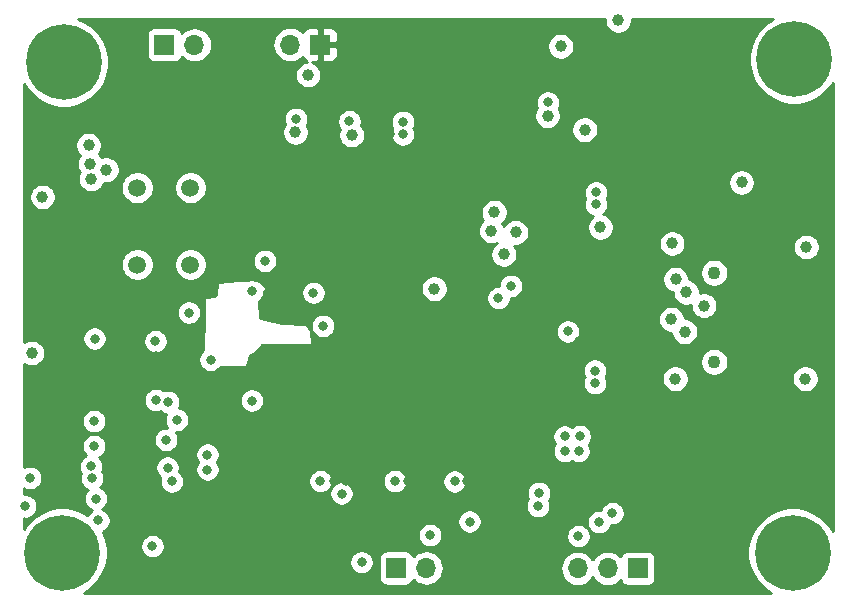
<source format=gbr>
G04 #@! TF.GenerationSoftware,KiCad,Pcbnew,(5.1.4)-1*
G04 #@! TF.CreationDate,2020-04-02T16:16:13+01:00*
G04 #@! TF.ProjectId,hydrophone_stm32_board,68796472-6f70-4686-9f6e-655f73746d33,rev?*
G04 #@! TF.SameCoordinates,Original*
G04 #@! TF.FileFunction,Copper,L3,Inr*
G04 #@! TF.FilePolarity,Positive*
%FSLAX46Y46*%
G04 Gerber Fmt 4.6, Leading zero omitted, Abs format (unit mm)*
G04 Created by KiCad (PCBNEW (5.1.4)-1) date 2020-04-02 16:16:13*
%MOMM*%
%LPD*%
G04 APERTURE LIST*
%ADD10C,1.100000*%
%ADD11C,0.800000*%
%ADD12C,6.400000*%
%ADD13O,1.700000X1.700000*%
%ADD14R,1.700000X1.700000*%
%ADD15C,1.500000*%
%ADD16C,1.000000*%
%ADD17C,0.254000*%
G04 APERTURE END LIST*
D10*
X101038660Y-76680060D03*
X101038660Y-69130060D03*
D11*
X109393056Y-91139944D03*
X107696000Y-90437000D03*
X105998944Y-91139944D03*
X105296000Y-92837000D03*
X105998944Y-94534056D03*
X107696000Y-95237000D03*
X109393056Y-94534056D03*
X110096000Y-92837000D03*
D12*
X107696000Y-92837000D03*
D11*
X47544056Y-91139944D03*
X45847000Y-90437000D03*
X44149944Y-91139944D03*
X43447000Y-92837000D03*
X44149944Y-94534056D03*
X45847000Y-95237000D03*
X47544056Y-94534056D03*
X48247000Y-92837000D03*
D12*
X45847000Y-92837000D03*
D11*
X47671056Y-49610944D03*
X45974000Y-48908000D03*
X44276944Y-49610944D03*
X43574000Y-51308000D03*
X44276944Y-53005056D03*
X45974000Y-53708000D03*
X47671056Y-53005056D03*
X48374000Y-51308000D03*
D12*
X45974000Y-51308000D03*
D11*
X109520056Y-49356944D03*
X107823000Y-48654000D03*
X106125944Y-49356944D03*
X105423000Y-51054000D03*
X106125944Y-52751056D03*
X107823000Y-53454000D03*
X109520056Y-52751056D03*
X110223000Y-51054000D03*
D12*
X107823000Y-51054000D03*
D13*
X57035700Y-49832260D03*
D14*
X54495700Y-49832260D03*
X67675760Y-49806860D03*
D13*
X65135760Y-49806860D03*
D14*
X94576900Y-94152720D03*
D13*
X92036900Y-94152720D03*
X89496900Y-94152720D03*
D14*
X74112120Y-94122240D03*
D13*
X76652120Y-94122240D03*
D15*
X56692360Y-68434020D03*
X56692360Y-61934020D03*
X52192360Y-61934020D03*
X52192360Y-68434020D03*
D11*
X61900000Y-70700000D03*
X58400000Y-76500000D03*
X61900000Y-79950000D03*
D16*
X48200000Y-59910000D03*
X49560000Y-60410000D03*
X48290000Y-61190000D03*
X48070000Y-58330000D03*
X65590000Y-57230000D03*
X86940000Y-55830000D03*
X70350000Y-57470000D03*
D11*
X74680000Y-57420000D03*
X91020000Y-63340000D03*
X74010000Y-86760000D03*
X67700000Y-86760000D03*
X79070000Y-86800000D03*
X88380000Y-82980000D03*
X88410000Y-84220000D03*
X86200000Y-87770000D03*
X69500000Y-87820000D03*
X58140000Y-84520000D03*
X53740000Y-74920000D03*
D16*
X43280000Y-75920000D03*
X44170000Y-62710000D03*
X88050000Y-49960000D03*
X92920000Y-47750000D03*
X108760000Y-78110000D03*
X97750000Y-78110000D03*
X108830000Y-66950000D03*
X97770000Y-69680000D03*
X97480000Y-66650000D03*
D11*
X88650000Y-74100000D03*
X90940000Y-77410000D03*
X63000000Y-68130000D03*
X58140000Y-85790000D03*
X74680000Y-56350000D03*
X70150000Y-56290000D03*
X65630000Y-56100000D03*
X86960000Y-54700000D03*
X91040000Y-62330000D03*
X90970000Y-78470000D03*
X89660000Y-82960000D03*
X89570000Y-84240000D03*
X86140000Y-88890000D03*
X80340000Y-90200000D03*
X89540000Y-91430000D03*
X76990000Y-91340000D03*
D16*
X66660000Y-52390000D03*
D11*
X67110000Y-70820000D03*
X48300000Y-85530000D03*
X42700000Y-88900000D03*
D16*
X58190000Y-57860000D03*
X58310000Y-53820000D03*
X62070000Y-52810000D03*
X62010000Y-58850000D03*
X65030000Y-52790000D03*
X65000000Y-54730000D03*
X68060000Y-57420000D03*
X78600000Y-57370000D03*
X89820000Y-61590000D03*
X89850000Y-67980000D03*
D11*
X73610000Y-57370000D03*
X60510000Y-69340000D03*
X75110000Y-86770000D03*
X72330000Y-89920000D03*
X68830000Y-86780000D03*
X63530000Y-84380000D03*
X86070000Y-85320000D03*
X80150000Y-86770000D03*
X57250000Y-92350000D03*
X54090000Y-87680000D03*
X53660000Y-84270000D03*
X43410000Y-83300000D03*
X53750000Y-76160000D03*
X65040000Y-60830000D03*
X65020000Y-62020000D03*
X75140000Y-87840000D03*
X69890000Y-86740000D03*
X80120000Y-87750000D03*
X86010000Y-86380000D03*
X63080000Y-76220000D03*
D16*
X98000000Y-50060000D03*
X101610000Y-58060000D03*
D11*
X89610000Y-74920000D03*
X63480000Y-85400000D03*
D16*
X70340000Y-49600000D03*
X77340000Y-70490000D03*
X90080000Y-57020000D03*
D11*
X56570000Y-72510000D03*
X48540000Y-81700000D03*
X48590000Y-74710000D03*
X48900000Y-90100000D03*
X43120000Y-86490000D03*
X48377543Y-86526991D03*
X53780000Y-79910000D03*
X48700000Y-88250000D03*
X55550000Y-81590000D03*
X67930000Y-73620000D03*
X71190000Y-93640000D03*
X48550000Y-83800000D03*
X54650000Y-83270000D03*
X55120000Y-86790000D03*
X53480000Y-92270000D03*
X54760000Y-85630000D03*
X54800000Y-80050000D03*
X92420000Y-89480000D03*
X83840000Y-70230000D03*
X91300000Y-90240000D03*
X82780000Y-71270000D03*
D16*
X84250000Y-65710000D03*
X100180000Y-71910000D03*
X83240000Y-67580000D03*
X98550000Y-74120000D03*
X82180000Y-65580000D03*
X97420000Y-73060000D03*
X98680000Y-70790000D03*
X82430000Y-64010000D03*
X91409485Y-65267597D03*
X103360000Y-61480000D03*
D17*
G36*
X91785000Y-47861788D02*
G01*
X91828617Y-48081067D01*
X91914176Y-48287624D01*
X92038388Y-48473520D01*
X92196480Y-48631612D01*
X92382376Y-48755824D01*
X92588933Y-48841383D01*
X92808212Y-48885000D01*
X93031788Y-48885000D01*
X93251067Y-48841383D01*
X93457624Y-48755824D01*
X93643520Y-48631612D01*
X93801612Y-48473520D01*
X93925824Y-48287624D01*
X94011383Y-48081067D01*
X94055000Y-47861788D01*
X94055000Y-47650000D01*
X101853828Y-47650000D01*
X106008988Y-47654414D01*
X106006446Y-47655467D01*
X105378330Y-48075161D01*
X104844161Y-48609330D01*
X104424467Y-49237446D01*
X104135377Y-49935372D01*
X103988000Y-50676285D01*
X103988000Y-51431715D01*
X104135377Y-52172628D01*
X104424467Y-52870554D01*
X104844161Y-53498670D01*
X105378330Y-54032839D01*
X106006446Y-54452533D01*
X106704372Y-54741623D01*
X107445285Y-54889000D01*
X108200715Y-54889000D01*
X108941628Y-54741623D01*
X109639554Y-54452533D01*
X110267670Y-54032839D01*
X110801839Y-53498670D01*
X111099001Y-53053935D01*
X111082651Y-91002664D01*
X110674839Y-90392330D01*
X110140670Y-89858161D01*
X109512554Y-89438467D01*
X108814628Y-89149377D01*
X108073715Y-89002000D01*
X107318285Y-89002000D01*
X106577372Y-89149377D01*
X105879446Y-89438467D01*
X105251330Y-89858161D01*
X104717161Y-90392330D01*
X104297467Y-91020446D01*
X104008377Y-91718372D01*
X103861000Y-92459285D01*
X103861000Y-93214715D01*
X104008377Y-93955628D01*
X104297467Y-94653554D01*
X104717161Y-95281670D01*
X105251330Y-95815839D01*
X105879446Y-96235533D01*
X105892645Y-96241000D01*
X91820724Y-96241000D01*
X47679442Y-96224917D01*
X48291670Y-95815839D01*
X48825839Y-95281670D01*
X49245533Y-94653554D01*
X49534623Y-93955628D01*
X49617682Y-93538061D01*
X70155000Y-93538061D01*
X70155000Y-93741939D01*
X70194774Y-93941898D01*
X70272795Y-94130256D01*
X70386063Y-94299774D01*
X70530226Y-94443937D01*
X70699744Y-94557205D01*
X70888102Y-94635226D01*
X71088061Y-94675000D01*
X71291939Y-94675000D01*
X71491898Y-94635226D01*
X71680256Y-94557205D01*
X71849774Y-94443937D01*
X71993937Y-94299774D01*
X72107205Y-94130256D01*
X72185226Y-93941898D01*
X72225000Y-93741939D01*
X72225000Y-93538061D01*
X72185226Y-93338102D01*
X72157945Y-93272240D01*
X72624048Y-93272240D01*
X72624048Y-94972240D01*
X72636308Y-95096722D01*
X72672618Y-95216420D01*
X72731583Y-95326734D01*
X72810935Y-95423425D01*
X72907626Y-95502777D01*
X73017940Y-95561742D01*
X73137638Y-95598052D01*
X73262120Y-95610312D01*
X74962120Y-95610312D01*
X75086602Y-95598052D01*
X75206300Y-95561742D01*
X75316614Y-95502777D01*
X75413305Y-95423425D01*
X75492657Y-95326734D01*
X75551622Y-95216420D01*
X75572513Y-95147553D01*
X75596986Y-95177374D01*
X75823106Y-95362946D01*
X76081086Y-95500839D01*
X76361009Y-95585753D01*
X76579170Y-95607240D01*
X76725070Y-95607240D01*
X76943231Y-95585753D01*
X77223154Y-95500839D01*
X77481134Y-95362946D01*
X77707254Y-95177374D01*
X77892826Y-94951254D01*
X78030719Y-94693274D01*
X78115633Y-94413351D01*
X78141302Y-94152720D01*
X88004715Y-94152720D01*
X88033387Y-94443831D01*
X88118301Y-94723754D01*
X88256194Y-94981734D01*
X88441766Y-95207854D01*
X88667886Y-95393426D01*
X88925866Y-95531319D01*
X89205789Y-95616233D01*
X89423950Y-95637720D01*
X89569850Y-95637720D01*
X89788011Y-95616233D01*
X90067934Y-95531319D01*
X90325914Y-95393426D01*
X90552034Y-95207854D01*
X90737606Y-94981734D01*
X90766900Y-94926929D01*
X90796194Y-94981734D01*
X90981766Y-95207854D01*
X91207886Y-95393426D01*
X91465866Y-95531319D01*
X91745789Y-95616233D01*
X91963950Y-95637720D01*
X92109850Y-95637720D01*
X92328011Y-95616233D01*
X92607934Y-95531319D01*
X92865914Y-95393426D01*
X93092034Y-95207854D01*
X93116507Y-95178033D01*
X93137398Y-95246900D01*
X93196363Y-95357214D01*
X93275715Y-95453905D01*
X93372406Y-95533257D01*
X93482720Y-95592222D01*
X93602418Y-95628532D01*
X93726900Y-95640792D01*
X95426900Y-95640792D01*
X95551382Y-95628532D01*
X95671080Y-95592222D01*
X95781394Y-95533257D01*
X95878085Y-95453905D01*
X95957437Y-95357214D01*
X96016402Y-95246900D01*
X96052712Y-95127202D01*
X96064972Y-95002720D01*
X96064972Y-93302720D01*
X96052712Y-93178238D01*
X96016402Y-93058540D01*
X95957437Y-92948226D01*
X95878085Y-92851535D01*
X95781394Y-92772183D01*
X95671080Y-92713218D01*
X95551382Y-92676908D01*
X95426900Y-92664648D01*
X93726900Y-92664648D01*
X93602418Y-92676908D01*
X93482720Y-92713218D01*
X93372406Y-92772183D01*
X93275715Y-92851535D01*
X93196363Y-92948226D01*
X93137398Y-93058540D01*
X93116507Y-93127407D01*
X93092034Y-93097586D01*
X92865914Y-92912014D01*
X92607934Y-92774121D01*
X92328011Y-92689207D01*
X92109850Y-92667720D01*
X91963950Y-92667720D01*
X91745789Y-92689207D01*
X91465866Y-92774121D01*
X91207886Y-92912014D01*
X90981766Y-93097586D01*
X90796194Y-93323706D01*
X90766900Y-93378511D01*
X90737606Y-93323706D01*
X90552034Y-93097586D01*
X90325914Y-92912014D01*
X90067934Y-92774121D01*
X89788011Y-92689207D01*
X89569850Y-92667720D01*
X89423950Y-92667720D01*
X89205789Y-92689207D01*
X88925866Y-92774121D01*
X88667886Y-92912014D01*
X88441766Y-93097586D01*
X88256194Y-93323706D01*
X88118301Y-93581686D01*
X88033387Y-93861609D01*
X88004715Y-94152720D01*
X78141302Y-94152720D01*
X78144305Y-94122240D01*
X78115633Y-93831129D01*
X78030719Y-93551206D01*
X77892826Y-93293226D01*
X77707254Y-93067106D01*
X77481134Y-92881534D01*
X77223154Y-92743641D01*
X76943231Y-92658727D01*
X76725070Y-92637240D01*
X76579170Y-92637240D01*
X76361009Y-92658727D01*
X76081086Y-92743641D01*
X75823106Y-92881534D01*
X75596986Y-93067106D01*
X75572513Y-93096927D01*
X75551622Y-93028060D01*
X75492657Y-92917746D01*
X75413305Y-92821055D01*
X75316614Y-92741703D01*
X75206300Y-92682738D01*
X75086602Y-92646428D01*
X74962120Y-92634168D01*
X73262120Y-92634168D01*
X73137638Y-92646428D01*
X73017940Y-92682738D01*
X72907626Y-92741703D01*
X72810935Y-92821055D01*
X72731583Y-92917746D01*
X72672618Y-93028060D01*
X72636308Y-93147758D01*
X72624048Y-93272240D01*
X72157945Y-93272240D01*
X72107205Y-93149744D01*
X71993937Y-92980226D01*
X71849774Y-92836063D01*
X71680256Y-92722795D01*
X71491898Y-92644774D01*
X71291939Y-92605000D01*
X71088061Y-92605000D01*
X70888102Y-92644774D01*
X70699744Y-92722795D01*
X70530226Y-92836063D01*
X70386063Y-92980226D01*
X70272795Y-93149744D01*
X70194774Y-93338102D01*
X70155000Y-93538061D01*
X49617682Y-93538061D01*
X49682000Y-93214715D01*
X49682000Y-92459285D01*
X49624072Y-92168061D01*
X52445000Y-92168061D01*
X52445000Y-92371939D01*
X52484774Y-92571898D01*
X52562795Y-92760256D01*
X52676063Y-92929774D01*
X52820226Y-93073937D01*
X52989744Y-93187205D01*
X53178102Y-93265226D01*
X53378061Y-93305000D01*
X53581939Y-93305000D01*
X53781898Y-93265226D01*
X53970256Y-93187205D01*
X54139774Y-93073937D01*
X54283937Y-92929774D01*
X54397205Y-92760256D01*
X54475226Y-92571898D01*
X54515000Y-92371939D01*
X54515000Y-92168061D01*
X54475226Y-91968102D01*
X54397205Y-91779744D01*
X54283937Y-91610226D01*
X54139774Y-91466063D01*
X53970256Y-91352795D01*
X53781898Y-91274774D01*
X53597328Y-91238061D01*
X75955000Y-91238061D01*
X75955000Y-91441939D01*
X75994774Y-91641898D01*
X76072795Y-91830256D01*
X76186063Y-91999774D01*
X76330226Y-92143937D01*
X76499744Y-92257205D01*
X76688102Y-92335226D01*
X76888061Y-92375000D01*
X77091939Y-92375000D01*
X77291898Y-92335226D01*
X77480256Y-92257205D01*
X77649774Y-92143937D01*
X77793937Y-91999774D01*
X77907205Y-91830256D01*
X77985226Y-91641898D01*
X78025000Y-91441939D01*
X78025000Y-91328061D01*
X88505000Y-91328061D01*
X88505000Y-91531939D01*
X88544774Y-91731898D01*
X88622795Y-91920256D01*
X88736063Y-92089774D01*
X88880226Y-92233937D01*
X89049744Y-92347205D01*
X89238102Y-92425226D01*
X89438061Y-92465000D01*
X89641939Y-92465000D01*
X89841898Y-92425226D01*
X90030256Y-92347205D01*
X90199774Y-92233937D01*
X90343937Y-92089774D01*
X90457205Y-91920256D01*
X90535226Y-91731898D01*
X90575000Y-91531939D01*
X90575000Y-91328061D01*
X90535226Y-91128102D01*
X90457205Y-90939744D01*
X90343937Y-90770226D01*
X90199774Y-90626063D01*
X90030256Y-90512795D01*
X89841898Y-90434774D01*
X89641939Y-90395000D01*
X89438061Y-90395000D01*
X89238102Y-90434774D01*
X89049744Y-90512795D01*
X88880226Y-90626063D01*
X88736063Y-90770226D01*
X88622795Y-90939744D01*
X88544774Y-91128102D01*
X88505000Y-91328061D01*
X78025000Y-91328061D01*
X78025000Y-91238061D01*
X77985226Y-91038102D01*
X77907205Y-90849744D01*
X77793937Y-90680226D01*
X77649774Y-90536063D01*
X77480256Y-90422795D01*
X77291898Y-90344774D01*
X77091939Y-90305000D01*
X76888061Y-90305000D01*
X76688102Y-90344774D01*
X76499744Y-90422795D01*
X76330226Y-90536063D01*
X76186063Y-90680226D01*
X76072795Y-90849744D01*
X75994774Y-91038102D01*
X75955000Y-91238061D01*
X53597328Y-91238061D01*
X53581939Y-91235000D01*
X53378061Y-91235000D01*
X53178102Y-91274774D01*
X52989744Y-91352795D01*
X52820226Y-91466063D01*
X52676063Y-91610226D01*
X52562795Y-91779744D01*
X52484774Y-91968102D01*
X52445000Y-92168061D01*
X49624072Y-92168061D01*
X49534623Y-91718372D01*
X49265581Y-91068847D01*
X49390256Y-91017205D01*
X49559774Y-90903937D01*
X49703937Y-90759774D01*
X49817205Y-90590256D01*
X49895226Y-90401898D01*
X49935000Y-90201939D01*
X49935000Y-90098061D01*
X79305000Y-90098061D01*
X79305000Y-90301939D01*
X79344774Y-90501898D01*
X79422795Y-90690256D01*
X79536063Y-90859774D01*
X79680226Y-91003937D01*
X79849744Y-91117205D01*
X80038102Y-91195226D01*
X80238061Y-91235000D01*
X80441939Y-91235000D01*
X80641898Y-91195226D01*
X80830256Y-91117205D01*
X80999774Y-91003937D01*
X81143937Y-90859774D01*
X81257205Y-90690256D01*
X81335226Y-90501898D01*
X81375000Y-90301939D01*
X81375000Y-90138061D01*
X90265000Y-90138061D01*
X90265000Y-90341939D01*
X90304774Y-90541898D01*
X90382795Y-90730256D01*
X90496063Y-90899774D01*
X90640226Y-91043937D01*
X90809744Y-91157205D01*
X90998102Y-91235226D01*
X91198061Y-91275000D01*
X91401939Y-91275000D01*
X91601898Y-91235226D01*
X91790256Y-91157205D01*
X91959774Y-91043937D01*
X92103937Y-90899774D01*
X92217205Y-90730256D01*
X92295226Y-90541898D01*
X92301242Y-90511654D01*
X92318061Y-90515000D01*
X92521939Y-90515000D01*
X92721898Y-90475226D01*
X92910256Y-90397205D01*
X93079774Y-90283937D01*
X93223937Y-90139774D01*
X93337205Y-89970256D01*
X93415226Y-89781898D01*
X93455000Y-89581939D01*
X93455000Y-89378061D01*
X93415226Y-89178102D01*
X93337205Y-88989744D01*
X93223937Y-88820226D01*
X93079774Y-88676063D01*
X92910256Y-88562795D01*
X92721898Y-88484774D01*
X92521939Y-88445000D01*
X92318061Y-88445000D01*
X92118102Y-88484774D01*
X91929744Y-88562795D01*
X91760226Y-88676063D01*
X91616063Y-88820226D01*
X91502795Y-88989744D01*
X91424774Y-89178102D01*
X91418758Y-89208346D01*
X91401939Y-89205000D01*
X91198061Y-89205000D01*
X90998102Y-89244774D01*
X90809744Y-89322795D01*
X90640226Y-89436063D01*
X90496063Y-89580226D01*
X90382795Y-89749744D01*
X90304774Y-89938102D01*
X90265000Y-90138061D01*
X81375000Y-90138061D01*
X81375000Y-90098061D01*
X81335226Y-89898102D01*
X81257205Y-89709744D01*
X81143937Y-89540226D01*
X80999774Y-89396063D01*
X80830256Y-89282795D01*
X80641898Y-89204774D01*
X80441939Y-89165000D01*
X80238061Y-89165000D01*
X80038102Y-89204774D01*
X79849744Y-89282795D01*
X79680226Y-89396063D01*
X79536063Y-89540226D01*
X79422795Y-89709744D01*
X79344774Y-89898102D01*
X79305000Y-90098061D01*
X49935000Y-90098061D01*
X49935000Y-89998061D01*
X49895226Y-89798102D01*
X49817205Y-89609744D01*
X49703937Y-89440226D01*
X49559774Y-89296063D01*
X49390256Y-89182795D01*
X49252390Y-89125689D01*
X49359774Y-89053937D01*
X49503937Y-88909774D01*
X49617205Y-88740256D01*
X49695226Y-88551898D01*
X49735000Y-88351939D01*
X49735000Y-88148061D01*
X49695226Y-87948102D01*
X49617205Y-87759744D01*
X49503937Y-87590226D01*
X49359774Y-87446063D01*
X49190256Y-87332795D01*
X49080792Y-87287453D01*
X49181480Y-87186765D01*
X49294748Y-87017247D01*
X49372769Y-86828889D01*
X49412543Y-86628930D01*
X49412543Y-86425052D01*
X49372769Y-86225093D01*
X49294748Y-86036735D01*
X49242666Y-85958788D01*
X49295226Y-85831898D01*
X49335000Y-85631939D01*
X49335000Y-85528061D01*
X53725000Y-85528061D01*
X53725000Y-85731939D01*
X53764774Y-85931898D01*
X53842795Y-86120256D01*
X53956063Y-86289774D01*
X54100226Y-86433937D01*
X54137025Y-86458525D01*
X54124774Y-86488102D01*
X54085000Y-86688061D01*
X54085000Y-86891939D01*
X54124774Y-87091898D01*
X54202795Y-87280256D01*
X54316063Y-87449774D01*
X54460226Y-87593937D01*
X54629744Y-87707205D01*
X54818102Y-87785226D01*
X55018061Y-87825000D01*
X55221939Y-87825000D01*
X55421898Y-87785226D01*
X55610256Y-87707205D01*
X55779774Y-87593937D01*
X55923937Y-87449774D01*
X56037205Y-87280256D01*
X56115226Y-87091898D01*
X56155000Y-86891939D01*
X56155000Y-86688061D01*
X56115226Y-86488102D01*
X56037205Y-86299744D01*
X55923937Y-86130226D01*
X55779774Y-85986063D01*
X55742975Y-85961475D01*
X55755226Y-85931898D01*
X55795000Y-85731939D01*
X55795000Y-85528061D01*
X55755226Y-85328102D01*
X55677205Y-85139744D01*
X55563937Y-84970226D01*
X55419774Y-84826063D01*
X55250256Y-84712795D01*
X55061898Y-84634774D01*
X54861939Y-84595000D01*
X54658061Y-84595000D01*
X54458102Y-84634774D01*
X54269744Y-84712795D01*
X54100226Y-84826063D01*
X53956063Y-84970226D01*
X53842795Y-85139744D01*
X53764774Y-85328102D01*
X53725000Y-85528061D01*
X49335000Y-85528061D01*
X49335000Y-85428061D01*
X49295226Y-85228102D01*
X49217205Y-85039744D01*
X49103937Y-84870226D01*
X48977083Y-84743372D01*
X49040256Y-84717205D01*
X49209774Y-84603937D01*
X49353937Y-84459774D01*
X49381808Y-84418061D01*
X57105000Y-84418061D01*
X57105000Y-84621939D01*
X57144774Y-84821898D01*
X57222795Y-85010256D01*
X57319510Y-85155000D01*
X57222795Y-85299744D01*
X57144774Y-85488102D01*
X57105000Y-85688061D01*
X57105000Y-85891939D01*
X57144774Y-86091898D01*
X57222795Y-86280256D01*
X57336063Y-86449774D01*
X57480226Y-86593937D01*
X57649744Y-86707205D01*
X57838102Y-86785226D01*
X58038061Y-86825000D01*
X58241939Y-86825000D01*
X58441898Y-86785226D01*
X58630256Y-86707205D01*
X58703805Y-86658061D01*
X66665000Y-86658061D01*
X66665000Y-86861939D01*
X66704774Y-87061898D01*
X66782795Y-87250256D01*
X66896063Y-87419774D01*
X67040226Y-87563937D01*
X67209744Y-87677205D01*
X67398102Y-87755226D01*
X67598061Y-87795000D01*
X67801939Y-87795000D01*
X68001898Y-87755226D01*
X68091621Y-87718061D01*
X68465000Y-87718061D01*
X68465000Y-87921939D01*
X68504774Y-88121898D01*
X68582795Y-88310256D01*
X68696063Y-88479774D01*
X68840226Y-88623937D01*
X69009744Y-88737205D01*
X69198102Y-88815226D01*
X69398061Y-88855000D01*
X69601939Y-88855000D01*
X69801898Y-88815226D01*
X69867479Y-88788061D01*
X85105000Y-88788061D01*
X85105000Y-88991939D01*
X85144774Y-89191898D01*
X85222795Y-89380256D01*
X85336063Y-89549774D01*
X85480226Y-89693937D01*
X85649744Y-89807205D01*
X85838102Y-89885226D01*
X86038061Y-89925000D01*
X86241939Y-89925000D01*
X86441898Y-89885226D01*
X86630256Y-89807205D01*
X86799774Y-89693937D01*
X86943937Y-89549774D01*
X87057205Y-89380256D01*
X87135226Y-89191898D01*
X87175000Y-88991939D01*
X87175000Y-88788061D01*
X87135226Y-88588102D01*
X87057205Y-88399744D01*
X87040604Y-88374898D01*
X87117205Y-88260256D01*
X87195226Y-88071898D01*
X87235000Y-87871939D01*
X87235000Y-87668061D01*
X87195226Y-87468102D01*
X87117205Y-87279744D01*
X87003937Y-87110226D01*
X86859774Y-86966063D01*
X86690256Y-86852795D01*
X86501898Y-86774774D01*
X86301939Y-86735000D01*
X86098061Y-86735000D01*
X85898102Y-86774774D01*
X85709744Y-86852795D01*
X85540226Y-86966063D01*
X85396063Y-87110226D01*
X85282795Y-87279744D01*
X85204774Y-87468102D01*
X85165000Y-87668061D01*
X85165000Y-87871939D01*
X85204774Y-88071898D01*
X85282795Y-88260256D01*
X85299396Y-88285102D01*
X85222795Y-88399744D01*
X85144774Y-88588102D01*
X85105000Y-88788061D01*
X69867479Y-88788061D01*
X69990256Y-88737205D01*
X70159774Y-88623937D01*
X70303937Y-88479774D01*
X70417205Y-88310256D01*
X70495226Y-88121898D01*
X70535000Y-87921939D01*
X70535000Y-87718061D01*
X70495226Y-87518102D01*
X70417205Y-87329744D01*
X70303937Y-87160226D01*
X70159774Y-87016063D01*
X69990256Y-86902795D01*
X69801898Y-86824774D01*
X69601939Y-86785000D01*
X69398061Y-86785000D01*
X69198102Y-86824774D01*
X69009744Y-86902795D01*
X68840226Y-87016063D01*
X68696063Y-87160226D01*
X68582795Y-87329744D01*
X68504774Y-87518102D01*
X68465000Y-87718061D01*
X68091621Y-87718061D01*
X68190256Y-87677205D01*
X68359774Y-87563937D01*
X68503937Y-87419774D01*
X68617205Y-87250256D01*
X68695226Y-87061898D01*
X68735000Y-86861939D01*
X68735000Y-86658061D01*
X72975000Y-86658061D01*
X72975000Y-86861939D01*
X73014774Y-87061898D01*
X73092795Y-87250256D01*
X73206063Y-87419774D01*
X73350226Y-87563937D01*
X73519744Y-87677205D01*
X73708102Y-87755226D01*
X73908061Y-87795000D01*
X74111939Y-87795000D01*
X74311898Y-87755226D01*
X74500256Y-87677205D01*
X74669774Y-87563937D01*
X74813937Y-87419774D01*
X74927205Y-87250256D01*
X75005226Y-87061898D01*
X75045000Y-86861939D01*
X75045000Y-86698061D01*
X78035000Y-86698061D01*
X78035000Y-86901939D01*
X78074774Y-87101898D01*
X78152795Y-87290256D01*
X78266063Y-87459774D01*
X78410226Y-87603937D01*
X78579744Y-87717205D01*
X78768102Y-87795226D01*
X78968061Y-87835000D01*
X79171939Y-87835000D01*
X79371898Y-87795226D01*
X79560256Y-87717205D01*
X79729774Y-87603937D01*
X79873937Y-87459774D01*
X79987205Y-87290256D01*
X80065226Y-87101898D01*
X80105000Y-86901939D01*
X80105000Y-86698061D01*
X80065226Y-86498102D01*
X79987205Y-86309744D01*
X79873937Y-86140226D01*
X79729774Y-85996063D01*
X79560256Y-85882795D01*
X79371898Y-85804774D01*
X79171939Y-85765000D01*
X78968061Y-85765000D01*
X78768102Y-85804774D01*
X78579744Y-85882795D01*
X78410226Y-85996063D01*
X78266063Y-86140226D01*
X78152795Y-86309744D01*
X78074774Y-86498102D01*
X78035000Y-86698061D01*
X75045000Y-86698061D01*
X75045000Y-86658061D01*
X75005226Y-86458102D01*
X74927205Y-86269744D01*
X74813937Y-86100226D01*
X74669774Y-85956063D01*
X74500256Y-85842795D01*
X74311898Y-85764774D01*
X74111939Y-85725000D01*
X73908061Y-85725000D01*
X73708102Y-85764774D01*
X73519744Y-85842795D01*
X73350226Y-85956063D01*
X73206063Y-86100226D01*
X73092795Y-86269744D01*
X73014774Y-86458102D01*
X72975000Y-86658061D01*
X68735000Y-86658061D01*
X68695226Y-86458102D01*
X68617205Y-86269744D01*
X68503937Y-86100226D01*
X68359774Y-85956063D01*
X68190256Y-85842795D01*
X68001898Y-85764774D01*
X67801939Y-85725000D01*
X67598061Y-85725000D01*
X67398102Y-85764774D01*
X67209744Y-85842795D01*
X67040226Y-85956063D01*
X66896063Y-86100226D01*
X66782795Y-86269744D01*
X66704774Y-86458102D01*
X66665000Y-86658061D01*
X58703805Y-86658061D01*
X58799774Y-86593937D01*
X58943937Y-86449774D01*
X59057205Y-86280256D01*
X59135226Y-86091898D01*
X59175000Y-85891939D01*
X59175000Y-85688061D01*
X59135226Y-85488102D01*
X59057205Y-85299744D01*
X58960490Y-85155000D01*
X59057205Y-85010256D01*
X59135226Y-84821898D01*
X59175000Y-84621939D01*
X59175000Y-84418061D01*
X59135226Y-84218102D01*
X59057205Y-84029744D01*
X58943937Y-83860226D01*
X58799774Y-83716063D01*
X58630256Y-83602795D01*
X58441898Y-83524774D01*
X58241939Y-83485000D01*
X58038061Y-83485000D01*
X57838102Y-83524774D01*
X57649744Y-83602795D01*
X57480226Y-83716063D01*
X57336063Y-83860226D01*
X57222795Y-84029744D01*
X57144774Y-84218102D01*
X57105000Y-84418061D01*
X49381808Y-84418061D01*
X49467205Y-84290256D01*
X49545226Y-84101898D01*
X49585000Y-83901939D01*
X49585000Y-83698061D01*
X49545226Y-83498102D01*
X49467205Y-83309744D01*
X49353937Y-83140226D01*
X49209774Y-82996063D01*
X49040256Y-82882795D01*
X48851898Y-82804774D01*
X48651939Y-82765000D01*
X48448061Y-82765000D01*
X48248102Y-82804774D01*
X48059744Y-82882795D01*
X47890226Y-82996063D01*
X47746063Y-83140226D01*
X47632795Y-83309744D01*
X47554774Y-83498102D01*
X47515000Y-83698061D01*
X47515000Y-83901939D01*
X47554774Y-84101898D01*
X47632795Y-84290256D01*
X47746063Y-84459774D01*
X47872917Y-84586628D01*
X47809744Y-84612795D01*
X47640226Y-84726063D01*
X47496063Y-84870226D01*
X47382795Y-85039744D01*
X47304774Y-85228102D01*
X47265000Y-85428061D01*
X47265000Y-85631939D01*
X47304774Y-85831898D01*
X47382795Y-86020256D01*
X47434877Y-86098203D01*
X47382317Y-86225093D01*
X47342543Y-86425052D01*
X47342543Y-86628930D01*
X47382317Y-86828889D01*
X47460338Y-87017247D01*
X47573606Y-87186765D01*
X47717769Y-87330928D01*
X47887287Y-87444196D01*
X47996751Y-87489538D01*
X47896063Y-87590226D01*
X47782795Y-87759744D01*
X47704774Y-87948102D01*
X47665000Y-88148061D01*
X47665000Y-88351939D01*
X47704774Y-88551898D01*
X47782795Y-88740256D01*
X47896063Y-88909774D01*
X48040226Y-89053937D01*
X48209744Y-89167205D01*
X48347610Y-89224311D01*
X48240226Y-89296063D01*
X48096063Y-89440226D01*
X47982795Y-89609744D01*
X47969158Y-89642665D01*
X47663554Y-89438467D01*
X46965628Y-89149377D01*
X46224715Y-89002000D01*
X45469285Y-89002000D01*
X44728372Y-89149377D01*
X44030446Y-89438467D01*
X43402330Y-89858161D01*
X42868161Y-90392330D01*
X42570547Y-90837740D01*
X42570788Y-89929575D01*
X42598061Y-89935000D01*
X42801939Y-89935000D01*
X43001898Y-89895226D01*
X43190256Y-89817205D01*
X43359774Y-89703937D01*
X43503937Y-89559774D01*
X43617205Y-89390256D01*
X43695226Y-89201898D01*
X43735000Y-89001939D01*
X43735000Y-88798061D01*
X43695226Y-88598102D01*
X43617205Y-88409744D01*
X43503937Y-88240226D01*
X43359774Y-88096063D01*
X43190256Y-87982795D01*
X43001898Y-87904774D01*
X42801939Y-87865000D01*
X42598061Y-87865000D01*
X42571335Y-87870316D01*
X42571468Y-87368266D01*
X42629744Y-87407205D01*
X42818102Y-87485226D01*
X43018061Y-87525000D01*
X43221939Y-87525000D01*
X43421898Y-87485226D01*
X43610256Y-87407205D01*
X43779774Y-87293937D01*
X43923937Y-87149774D01*
X44037205Y-86980256D01*
X44115226Y-86791898D01*
X44155000Y-86591939D01*
X44155000Y-86388061D01*
X44115226Y-86188102D01*
X44037205Y-85999744D01*
X43923937Y-85830226D01*
X43779774Y-85686063D01*
X43610256Y-85572795D01*
X43421898Y-85494774D01*
X43221939Y-85455000D01*
X43018061Y-85455000D01*
X42818102Y-85494774D01*
X42629744Y-85572795D01*
X42571934Y-85611422D01*
X42572999Y-81598061D01*
X47505000Y-81598061D01*
X47505000Y-81801939D01*
X47544774Y-82001898D01*
X47622795Y-82190256D01*
X47736063Y-82359774D01*
X47880226Y-82503937D01*
X48049744Y-82617205D01*
X48238102Y-82695226D01*
X48438061Y-82735000D01*
X48641939Y-82735000D01*
X48841898Y-82695226D01*
X49030256Y-82617205D01*
X49199774Y-82503937D01*
X49343937Y-82359774D01*
X49457205Y-82190256D01*
X49535226Y-82001898D01*
X49575000Y-81801939D01*
X49575000Y-81598061D01*
X49535226Y-81398102D01*
X49457205Y-81209744D01*
X49343937Y-81040226D01*
X49199774Y-80896063D01*
X49030256Y-80782795D01*
X48841898Y-80704774D01*
X48641939Y-80665000D01*
X48438061Y-80665000D01*
X48238102Y-80704774D01*
X48049744Y-80782795D01*
X47880226Y-80896063D01*
X47736063Y-81040226D01*
X47622795Y-81209744D01*
X47544774Y-81398102D01*
X47505000Y-81598061D01*
X42572999Y-81598061D01*
X42573474Y-79808061D01*
X52745000Y-79808061D01*
X52745000Y-80011939D01*
X52784774Y-80211898D01*
X52862795Y-80400256D01*
X52976063Y-80569774D01*
X53120226Y-80713937D01*
X53289744Y-80827205D01*
X53478102Y-80905226D01*
X53678061Y-80945000D01*
X53881939Y-80945000D01*
X54081898Y-80905226D01*
X54165290Y-80870684D01*
X54309744Y-80967205D01*
X54498102Y-81045226D01*
X54649148Y-81075271D01*
X54632795Y-81099744D01*
X54554774Y-81288102D01*
X54515000Y-81488061D01*
X54515000Y-81691939D01*
X54554774Y-81891898D01*
X54632795Y-82080256D01*
X54736191Y-82235000D01*
X54548061Y-82235000D01*
X54348102Y-82274774D01*
X54159744Y-82352795D01*
X53990226Y-82466063D01*
X53846063Y-82610226D01*
X53732795Y-82779744D01*
X53654774Y-82968102D01*
X53615000Y-83168061D01*
X53615000Y-83371939D01*
X53654774Y-83571898D01*
X53732795Y-83760256D01*
X53846063Y-83929774D01*
X53990226Y-84073937D01*
X54159744Y-84187205D01*
X54348102Y-84265226D01*
X54548061Y-84305000D01*
X54751939Y-84305000D01*
X54951898Y-84265226D01*
X55140256Y-84187205D01*
X55309774Y-84073937D01*
X55453937Y-83929774D01*
X55567205Y-83760256D01*
X55645226Y-83571898D01*
X55685000Y-83371939D01*
X55685000Y-83168061D01*
X55645226Y-82968102D01*
X55607930Y-82878061D01*
X87345000Y-82878061D01*
X87345000Y-83081939D01*
X87384774Y-83281898D01*
X87462795Y-83470256D01*
X87564487Y-83622449D01*
X87492795Y-83729744D01*
X87414774Y-83918102D01*
X87375000Y-84118061D01*
X87375000Y-84321939D01*
X87414774Y-84521898D01*
X87492795Y-84710256D01*
X87606063Y-84879774D01*
X87750226Y-85023937D01*
X87919744Y-85137205D01*
X88108102Y-85215226D01*
X88308061Y-85255000D01*
X88511939Y-85255000D01*
X88711898Y-85215226D01*
X88900256Y-85137205D01*
X88975034Y-85087240D01*
X89079744Y-85157205D01*
X89268102Y-85235226D01*
X89468061Y-85275000D01*
X89671939Y-85275000D01*
X89871898Y-85235226D01*
X90060256Y-85157205D01*
X90229774Y-85043937D01*
X90373937Y-84899774D01*
X90487205Y-84730256D01*
X90565226Y-84541898D01*
X90605000Y-84341939D01*
X90605000Y-84138061D01*
X90565226Y-83938102D01*
X90487205Y-83749744D01*
X90425827Y-83657884D01*
X90463937Y-83619774D01*
X90577205Y-83450256D01*
X90655226Y-83261898D01*
X90695000Y-83061939D01*
X90695000Y-82858061D01*
X90655226Y-82658102D01*
X90577205Y-82469744D01*
X90463937Y-82300226D01*
X90319774Y-82156063D01*
X90150256Y-82042795D01*
X89961898Y-81964774D01*
X89761939Y-81925000D01*
X89558061Y-81925000D01*
X89358102Y-81964774D01*
X89169744Y-82042795D01*
X89005034Y-82152850D01*
X88870256Y-82062795D01*
X88681898Y-81984774D01*
X88481939Y-81945000D01*
X88278061Y-81945000D01*
X88078102Y-81984774D01*
X87889744Y-82062795D01*
X87720226Y-82176063D01*
X87576063Y-82320226D01*
X87462795Y-82489744D01*
X87384774Y-82678102D01*
X87345000Y-82878061D01*
X55607930Y-82878061D01*
X55567205Y-82779744D01*
X55463809Y-82625000D01*
X55651939Y-82625000D01*
X55851898Y-82585226D01*
X56040256Y-82507205D01*
X56209774Y-82393937D01*
X56353937Y-82249774D01*
X56467205Y-82080256D01*
X56545226Y-81891898D01*
X56585000Y-81691939D01*
X56585000Y-81488061D01*
X56545226Y-81288102D01*
X56467205Y-81099744D01*
X56353937Y-80930226D01*
X56209774Y-80786063D01*
X56040256Y-80672795D01*
X55851898Y-80594774D01*
X55700852Y-80564729D01*
X55717205Y-80540256D01*
X55795226Y-80351898D01*
X55835000Y-80151939D01*
X55835000Y-79948061D01*
X55815109Y-79848061D01*
X60865000Y-79848061D01*
X60865000Y-80051939D01*
X60904774Y-80251898D01*
X60982795Y-80440256D01*
X61096063Y-80609774D01*
X61240226Y-80753937D01*
X61409744Y-80867205D01*
X61598102Y-80945226D01*
X61798061Y-80985000D01*
X62001939Y-80985000D01*
X62201898Y-80945226D01*
X62390256Y-80867205D01*
X62559774Y-80753937D01*
X62703937Y-80609774D01*
X62817205Y-80440256D01*
X62895226Y-80251898D01*
X62935000Y-80051939D01*
X62935000Y-79848061D01*
X62895226Y-79648102D01*
X62817205Y-79459744D01*
X62703937Y-79290226D01*
X62559774Y-79146063D01*
X62390256Y-79032795D01*
X62201898Y-78954774D01*
X62001939Y-78915000D01*
X61798061Y-78915000D01*
X61598102Y-78954774D01*
X61409744Y-79032795D01*
X61240226Y-79146063D01*
X61096063Y-79290226D01*
X60982795Y-79459744D01*
X60904774Y-79648102D01*
X60865000Y-79848061D01*
X55815109Y-79848061D01*
X55795226Y-79748102D01*
X55717205Y-79559744D01*
X55603937Y-79390226D01*
X55459774Y-79246063D01*
X55290256Y-79132795D01*
X55101898Y-79054774D01*
X54901939Y-79015000D01*
X54698061Y-79015000D01*
X54498102Y-79054774D01*
X54414710Y-79089316D01*
X54270256Y-78992795D01*
X54081898Y-78914774D01*
X53881939Y-78875000D01*
X53678061Y-78875000D01*
X53478102Y-78914774D01*
X53289744Y-78992795D01*
X53120226Y-79106063D01*
X52976063Y-79250226D01*
X52862795Y-79419744D01*
X52784774Y-79608102D01*
X52745000Y-79808061D01*
X42573474Y-79808061D01*
X42574270Y-76813499D01*
X42742376Y-76925824D01*
X42948933Y-77011383D01*
X43168212Y-77055000D01*
X43391788Y-77055000D01*
X43611067Y-77011383D01*
X43817624Y-76925824D01*
X44003520Y-76801612D01*
X44161612Y-76643520D01*
X44285824Y-76457624D01*
X44310495Y-76398061D01*
X57365000Y-76398061D01*
X57365000Y-76601939D01*
X57404774Y-76801898D01*
X57482795Y-76990256D01*
X57596063Y-77159774D01*
X57740226Y-77303937D01*
X57909744Y-77417205D01*
X58098102Y-77495226D01*
X58298061Y-77535000D01*
X58501939Y-77535000D01*
X58701898Y-77495226D01*
X58890256Y-77417205D01*
X59053601Y-77308061D01*
X89905000Y-77308061D01*
X89905000Y-77511939D01*
X89944774Y-77711898D01*
X90022795Y-77900256D01*
X90064351Y-77962449D01*
X90052795Y-77979744D01*
X89974774Y-78168102D01*
X89935000Y-78368061D01*
X89935000Y-78571939D01*
X89974774Y-78771898D01*
X90052795Y-78960256D01*
X90166063Y-79129774D01*
X90310226Y-79273937D01*
X90479744Y-79387205D01*
X90668102Y-79465226D01*
X90868061Y-79505000D01*
X91071939Y-79505000D01*
X91271898Y-79465226D01*
X91460256Y-79387205D01*
X91629774Y-79273937D01*
X91773937Y-79129774D01*
X91887205Y-78960256D01*
X91965226Y-78771898D01*
X92005000Y-78571939D01*
X92005000Y-78368061D01*
X91965226Y-78168102D01*
X91894855Y-77998212D01*
X96615000Y-77998212D01*
X96615000Y-78221788D01*
X96658617Y-78441067D01*
X96744176Y-78647624D01*
X96868388Y-78833520D01*
X97026480Y-78991612D01*
X97212376Y-79115824D01*
X97418933Y-79201383D01*
X97638212Y-79245000D01*
X97861788Y-79245000D01*
X98081067Y-79201383D01*
X98287624Y-79115824D01*
X98473520Y-78991612D01*
X98631612Y-78833520D01*
X98755824Y-78647624D01*
X98841383Y-78441067D01*
X98885000Y-78221788D01*
X98885000Y-77998212D01*
X107625000Y-77998212D01*
X107625000Y-78221788D01*
X107668617Y-78441067D01*
X107754176Y-78647624D01*
X107878388Y-78833520D01*
X108036480Y-78991612D01*
X108222376Y-79115824D01*
X108428933Y-79201383D01*
X108648212Y-79245000D01*
X108871788Y-79245000D01*
X109091067Y-79201383D01*
X109297624Y-79115824D01*
X109483520Y-78991612D01*
X109641612Y-78833520D01*
X109765824Y-78647624D01*
X109851383Y-78441067D01*
X109895000Y-78221788D01*
X109895000Y-77998212D01*
X109851383Y-77778933D01*
X109765824Y-77572376D01*
X109641612Y-77386480D01*
X109483520Y-77228388D01*
X109297624Y-77104176D01*
X109091067Y-77018617D01*
X108871788Y-76975000D01*
X108648212Y-76975000D01*
X108428933Y-77018617D01*
X108222376Y-77104176D01*
X108036480Y-77228388D01*
X107878388Y-77386480D01*
X107754176Y-77572376D01*
X107668617Y-77778933D01*
X107625000Y-77998212D01*
X98885000Y-77998212D01*
X98841383Y-77778933D01*
X98755824Y-77572376D01*
X98631612Y-77386480D01*
X98473520Y-77228388D01*
X98287624Y-77104176D01*
X98081067Y-77018617D01*
X97861788Y-76975000D01*
X97638212Y-76975000D01*
X97418933Y-77018617D01*
X97212376Y-77104176D01*
X97026480Y-77228388D01*
X96868388Y-77386480D01*
X96744176Y-77572376D01*
X96658617Y-77778933D01*
X96615000Y-77998212D01*
X91894855Y-77998212D01*
X91887205Y-77979744D01*
X91845649Y-77917551D01*
X91857205Y-77900256D01*
X91935226Y-77711898D01*
X91975000Y-77511939D01*
X91975000Y-77308061D01*
X91935226Y-77108102D01*
X91857205Y-76919744D01*
X91743937Y-76750226D01*
X91599774Y-76606063D01*
X91535847Y-76563348D01*
X99853660Y-76563348D01*
X99853660Y-76796772D01*
X99899199Y-77025712D01*
X99988526Y-77241368D01*
X100118210Y-77435454D01*
X100283266Y-77600510D01*
X100477352Y-77730194D01*
X100693008Y-77819521D01*
X100921948Y-77865060D01*
X101155372Y-77865060D01*
X101384312Y-77819521D01*
X101599968Y-77730194D01*
X101794054Y-77600510D01*
X101959110Y-77435454D01*
X102088794Y-77241368D01*
X102178121Y-77025712D01*
X102223660Y-76796772D01*
X102223660Y-76563348D01*
X102178121Y-76334408D01*
X102088794Y-76118752D01*
X101959110Y-75924666D01*
X101794054Y-75759610D01*
X101599968Y-75629926D01*
X101384312Y-75540599D01*
X101155372Y-75495060D01*
X100921948Y-75495060D01*
X100693008Y-75540599D01*
X100477352Y-75629926D01*
X100283266Y-75759610D01*
X100118210Y-75924666D01*
X99988526Y-76118752D01*
X99899199Y-76334408D01*
X99853660Y-76563348D01*
X91535847Y-76563348D01*
X91430256Y-76492795D01*
X91241898Y-76414774D01*
X91041939Y-76375000D01*
X90838061Y-76375000D01*
X90638102Y-76414774D01*
X90449744Y-76492795D01*
X90280226Y-76606063D01*
X90136063Y-76750226D01*
X90022795Y-76919744D01*
X89944774Y-77108102D01*
X89905000Y-77308061D01*
X59053601Y-77308061D01*
X59059774Y-77303937D01*
X59203937Y-77159774D01*
X59225836Y-77127000D01*
X61200000Y-77127000D01*
X61224776Y-77124560D01*
X61256796Y-77113592D01*
X61456796Y-77013592D01*
X61477866Y-77000329D01*
X61495943Y-76983211D01*
X61510333Y-76962894D01*
X61520483Y-76940161D01*
X61524534Y-76924907D01*
X61623943Y-76427862D01*
X61704727Y-76104727D01*
X62030802Y-76023208D01*
X62054247Y-76014832D01*
X62075607Y-76002042D01*
X62089803Y-75989803D01*
X62389803Y-75689803D01*
X62399170Y-75679336D01*
X62761039Y-75227000D01*
X66900000Y-75227000D01*
X66924776Y-75224560D01*
X66948601Y-75217333D01*
X66970557Y-75205597D01*
X66989803Y-75189803D01*
X67005597Y-75170557D01*
X67017333Y-75148601D01*
X67024560Y-75124776D01*
X67027000Y-75100000D01*
X67026370Y-75087363D01*
X66926370Y-74087363D01*
X66921476Y-74062952D01*
X66908902Y-74034659D01*
X66608902Y-73534659D01*
X66596581Y-73518061D01*
X66895000Y-73518061D01*
X66895000Y-73721939D01*
X66934774Y-73921898D01*
X67012795Y-74110256D01*
X67126063Y-74279774D01*
X67270226Y-74423937D01*
X67439744Y-74537205D01*
X67628102Y-74615226D01*
X67828061Y-74655000D01*
X68031939Y-74655000D01*
X68231898Y-74615226D01*
X68420256Y-74537205D01*
X68589774Y-74423937D01*
X68733937Y-74279774D01*
X68847205Y-74110256D01*
X68893678Y-73998061D01*
X87615000Y-73998061D01*
X87615000Y-74201939D01*
X87654774Y-74401898D01*
X87732795Y-74590256D01*
X87846063Y-74759774D01*
X87990226Y-74903937D01*
X88159744Y-75017205D01*
X88348102Y-75095226D01*
X88548061Y-75135000D01*
X88751939Y-75135000D01*
X88951898Y-75095226D01*
X89140256Y-75017205D01*
X89309774Y-74903937D01*
X89453937Y-74759774D01*
X89567205Y-74590256D01*
X89645226Y-74401898D01*
X89685000Y-74201939D01*
X89685000Y-73998061D01*
X89645226Y-73798102D01*
X89567205Y-73609744D01*
X89453937Y-73440226D01*
X89309774Y-73296063D01*
X89140256Y-73182795D01*
X88951898Y-73104774D01*
X88751939Y-73065000D01*
X88548061Y-73065000D01*
X88348102Y-73104774D01*
X88159744Y-73182795D01*
X87990226Y-73296063D01*
X87846063Y-73440226D01*
X87732795Y-73609744D01*
X87654774Y-73798102D01*
X87615000Y-73998061D01*
X68893678Y-73998061D01*
X68925226Y-73921898D01*
X68965000Y-73721939D01*
X68965000Y-73518061D01*
X68925226Y-73318102D01*
X68847205Y-73129744D01*
X68733937Y-72960226D01*
X68721923Y-72948212D01*
X96285000Y-72948212D01*
X96285000Y-73171788D01*
X96328617Y-73391067D01*
X96414176Y-73597624D01*
X96538388Y-73783520D01*
X96696480Y-73941612D01*
X96882376Y-74065824D01*
X97088933Y-74151383D01*
X97308212Y-74195000D01*
X97415000Y-74195000D01*
X97415000Y-74231788D01*
X97458617Y-74451067D01*
X97544176Y-74657624D01*
X97668388Y-74843520D01*
X97826480Y-75001612D01*
X98012376Y-75125824D01*
X98218933Y-75211383D01*
X98438212Y-75255000D01*
X98661788Y-75255000D01*
X98881067Y-75211383D01*
X99087624Y-75125824D01*
X99273520Y-75001612D01*
X99431612Y-74843520D01*
X99555824Y-74657624D01*
X99641383Y-74451067D01*
X99685000Y-74231788D01*
X99685000Y-74008212D01*
X99641383Y-73788933D01*
X99555824Y-73582376D01*
X99431612Y-73396480D01*
X99273520Y-73238388D01*
X99087624Y-73114176D01*
X98881067Y-73028617D01*
X98661788Y-72985000D01*
X98555000Y-72985000D01*
X98555000Y-72948212D01*
X98511383Y-72728933D01*
X98425824Y-72522376D01*
X98301612Y-72336480D01*
X98143520Y-72178388D01*
X97957624Y-72054176D01*
X97751067Y-71968617D01*
X97531788Y-71925000D01*
X97308212Y-71925000D01*
X97088933Y-71968617D01*
X96882376Y-72054176D01*
X96696480Y-72178388D01*
X96538388Y-72336480D01*
X96414176Y-72522376D01*
X96328617Y-72728933D01*
X96285000Y-72948212D01*
X68721923Y-72948212D01*
X68589774Y-72816063D01*
X68420256Y-72702795D01*
X68231898Y-72624774D01*
X68031939Y-72585000D01*
X67828061Y-72585000D01*
X67628102Y-72624774D01*
X67439744Y-72702795D01*
X67270226Y-72816063D01*
X67126063Y-72960226D01*
X67012795Y-73129744D01*
X66934774Y-73318102D01*
X66895000Y-73518061D01*
X66596581Y-73518061D01*
X66594062Y-73514669D01*
X66575607Y-73497958D01*
X66554247Y-73485168D01*
X66530802Y-73476792D01*
X66506041Y-73473144D01*
X64416208Y-73373628D01*
X62621085Y-72995708D01*
X62534334Y-71520935D01*
X62559774Y-71503937D01*
X62703937Y-71359774D01*
X62817205Y-71190256D01*
X62895226Y-71001898D01*
X62935000Y-70801939D01*
X62935000Y-70755178D01*
X62957270Y-70718061D01*
X66075000Y-70718061D01*
X66075000Y-70921939D01*
X66114774Y-71121898D01*
X66192795Y-71310256D01*
X66306063Y-71479774D01*
X66450226Y-71623937D01*
X66619744Y-71737205D01*
X66808102Y-71815226D01*
X67008061Y-71855000D01*
X67211939Y-71855000D01*
X67411898Y-71815226D01*
X67600256Y-71737205D01*
X67769774Y-71623937D01*
X67913937Y-71479774D01*
X68027205Y-71310256D01*
X68105226Y-71121898D01*
X68145000Y-70921939D01*
X68145000Y-70718061D01*
X68105226Y-70518102D01*
X68047282Y-70378212D01*
X76205000Y-70378212D01*
X76205000Y-70601788D01*
X76248617Y-70821067D01*
X76334176Y-71027624D01*
X76458388Y-71213520D01*
X76616480Y-71371612D01*
X76802376Y-71495824D01*
X77008933Y-71581383D01*
X77228212Y-71625000D01*
X77451788Y-71625000D01*
X77671067Y-71581383D01*
X77877624Y-71495824D01*
X78063520Y-71371612D01*
X78221612Y-71213520D01*
X78251986Y-71168061D01*
X81745000Y-71168061D01*
X81745000Y-71371939D01*
X81784774Y-71571898D01*
X81862795Y-71760256D01*
X81976063Y-71929774D01*
X82120226Y-72073937D01*
X82289744Y-72187205D01*
X82478102Y-72265226D01*
X82678061Y-72305000D01*
X82881939Y-72305000D01*
X83081898Y-72265226D01*
X83270256Y-72187205D01*
X83439774Y-72073937D01*
X83583937Y-71929774D01*
X83697205Y-71760256D01*
X83775226Y-71571898D01*
X83815000Y-71371939D01*
X83815000Y-71265000D01*
X83941939Y-71265000D01*
X84141898Y-71225226D01*
X84330256Y-71147205D01*
X84499774Y-71033937D01*
X84643937Y-70889774D01*
X84757205Y-70720256D01*
X84835226Y-70531898D01*
X84875000Y-70331939D01*
X84875000Y-70128061D01*
X84835226Y-69928102D01*
X84757205Y-69739744D01*
X84643937Y-69570226D01*
X84641923Y-69568212D01*
X96635000Y-69568212D01*
X96635000Y-69791788D01*
X96678617Y-70011067D01*
X96764176Y-70217624D01*
X96888388Y-70403520D01*
X97046480Y-70561612D01*
X97232376Y-70685824D01*
X97438933Y-70771383D01*
X97545000Y-70792481D01*
X97545000Y-70901788D01*
X97588617Y-71121067D01*
X97674176Y-71327624D01*
X97798388Y-71513520D01*
X97956480Y-71671612D01*
X98142376Y-71795824D01*
X98348933Y-71881383D01*
X98568212Y-71925000D01*
X98791788Y-71925000D01*
X99011067Y-71881383D01*
X99045000Y-71867327D01*
X99045000Y-72021788D01*
X99088617Y-72241067D01*
X99174176Y-72447624D01*
X99298388Y-72633520D01*
X99456480Y-72791612D01*
X99642376Y-72915824D01*
X99848933Y-73001383D01*
X100068212Y-73045000D01*
X100291788Y-73045000D01*
X100511067Y-73001383D01*
X100717624Y-72915824D01*
X100903520Y-72791612D01*
X101061612Y-72633520D01*
X101185824Y-72447624D01*
X101271383Y-72241067D01*
X101315000Y-72021788D01*
X101315000Y-71798212D01*
X101271383Y-71578933D01*
X101185824Y-71372376D01*
X101061612Y-71186480D01*
X100903520Y-71028388D01*
X100717624Y-70904176D01*
X100511067Y-70818617D01*
X100291788Y-70775000D01*
X100068212Y-70775000D01*
X99848933Y-70818617D01*
X99815000Y-70832673D01*
X99815000Y-70678212D01*
X99771383Y-70458933D01*
X99685824Y-70252376D01*
X99561612Y-70066480D01*
X99403520Y-69908388D01*
X99217624Y-69784176D01*
X99011067Y-69698617D01*
X98905000Y-69677519D01*
X98905000Y-69568212D01*
X98861383Y-69348933D01*
X98775824Y-69142376D01*
X98689611Y-69013348D01*
X99853660Y-69013348D01*
X99853660Y-69246772D01*
X99899199Y-69475712D01*
X99988526Y-69691368D01*
X100118210Y-69885454D01*
X100283266Y-70050510D01*
X100477352Y-70180194D01*
X100693008Y-70269521D01*
X100921948Y-70315060D01*
X101155372Y-70315060D01*
X101384312Y-70269521D01*
X101599968Y-70180194D01*
X101794054Y-70050510D01*
X101959110Y-69885454D01*
X102088794Y-69691368D01*
X102178121Y-69475712D01*
X102223660Y-69246772D01*
X102223660Y-69013348D01*
X102178121Y-68784408D01*
X102088794Y-68568752D01*
X101959110Y-68374666D01*
X101794054Y-68209610D01*
X101599968Y-68079926D01*
X101384312Y-67990599D01*
X101155372Y-67945060D01*
X100921948Y-67945060D01*
X100693008Y-67990599D01*
X100477352Y-68079926D01*
X100283266Y-68209610D01*
X100118210Y-68374666D01*
X99988526Y-68568752D01*
X99899199Y-68784408D01*
X99853660Y-69013348D01*
X98689611Y-69013348D01*
X98651612Y-68956480D01*
X98493520Y-68798388D01*
X98307624Y-68674176D01*
X98101067Y-68588617D01*
X97881788Y-68545000D01*
X97658212Y-68545000D01*
X97438933Y-68588617D01*
X97232376Y-68674176D01*
X97046480Y-68798388D01*
X96888388Y-68956480D01*
X96764176Y-69142376D01*
X96678617Y-69348933D01*
X96635000Y-69568212D01*
X84641923Y-69568212D01*
X84499774Y-69426063D01*
X84330256Y-69312795D01*
X84141898Y-69234774D01*
X83941939Y-69195000D01*
X83738061Y-69195000D01*
X83538102Y-69234774D01*
X83349744Y-69312795D01*
X83180226Y-69426063D01*
X83036063Y-69570226D01*
X82922795Y-69739744D01*
X82844774Y-69928102D01*
X82805000Y-70128061D01*
X82805000Y-70235000D01*
X82678061Y-70235000D01*
X82478102Y-70274774D01*
X82289744Y-70352795D01*
X82120226Y-70466063D01*
X81976063Y-70610226D01*
X81862795Y-70779744D01*
X81784774Y-70968102D01*
X81745000Y-71168061D01*
X78251986Y-71168061D01*
X78345824Y-71027624D01*
X78431383Y-70821067D01*
X78475000Y-70601788D01*
X78475000Y-70378212D01*
X78431383Y-70158933D01*
X78345824Y-69952376D01*
X78221612Y-69766480D01*
X78063520Y-69608388D01*
X77877624Y-69484176D01*
X77671067Y-69398617D01*
X77451788Y-69355000D01*
X77228212Y-69355000D01*
X77008933Y-69398617D01*
X76802376Y-69484176D01*
X76616480Y-69608388D01*
X76458388Y-69766480D01*
X76334176Y-69952376D01*
X76248617Y-70158933D01*
X76205000Y-70378212D01*
X68047282Y-70378212D01*
X68027205Y-70329744D01*
X67913937Y-70160226D01*
X67769774Y-70016063D01*
X67600256Y-69902795D01*
X67411898Y-69824774D01*
X67211939Y-69785000D01*
X67008061Y-69785000D01*
X66808102Y-69824774D01*
X66619744Y-69902795D01*
X66450226Y-70016063D01*
X66306063Y-70160226D01*
X66192795Y-70329744D01*
X66114774Y-70518102D01*
X66075000Y-70718061D01*
X62957270Y-70718061D01*
X63108902Y-70465341D01*
X63119556Y-70442840D01*
X63125617Y-70418692D01*
X63126850Y-70393827D01*
X63123208Y-70369198D01*
X63114832Y-70345753D01*
X63102042Y-70324393D01*
X63081303Y-70302436D01*
X62481303Y-69802436D01*
X62460707Y-69788449D01*
X62437778Y-69778749D01*
X62413398Y-69773709D01*
X62400000Y-69773000D01*
X62366609Y-69773000D01*
X62201898Y-69704774D01*
X62001939Y-69665000D01*
X61798061Y-69665000D01*
X61598102Y-69704774D01*
X61433391Y-69773000D01*
X60700000Y-69773000D01*
X60692078Y-69773247D01*
X59092078Y-69873247D01*
X59067502Y-69877228D01*
X59044175Y-69885927D01*
X59022993Y-69899010D01*
X59004771Y-69915974D01*
X58990208Y-69936167D01*
X58979864Y-69958813D01*
X58973630Y-69987363D01*
X58878141Y-70942253D01*
X58741008Y-71079386D01*
X57984248Y-71173981D01*
X57959965Y-71179475D01*
X57937221Y-71189602D01*
X57916890Y-71203970D01*
X57899752Y-71222030D01*
X57886467Y-71243085D01*
X57877545Y-71266328D01*
X57873000Y-71300000D01*
X57873000Y-72698509D01*
X57804285Y-75653260D01*
X57740226Y-75696063D01*
X57596063Y-75840226D01*
X57482795Y-76009744D01*
X57404774Y-76198102D01*
X57365000Y-76398061D01*
X44310495Y-76398061D01*
X44371383Y-76251067D01*
X44415000Y-76031788D01*
X44415000Y-75808212D01*
X44371383Y-75588933D01*
X44285824Y-75382376D01*
X44161612Y-75196480D01*
X44003520Y-75038388D01*
X43817624Y-74914176D01*
X43611067Y-74828617D01*
X43391788Y-74785000D01*
X43168212Y-74785000D01*
X42948933Y-74828617D01*
X42742376Y-74914176D01*
X42574744Y-75026184D01*
X42574854Y-74608061D01*
X47555000Y-74608061D01*
X47555000Y-74811939D01*
X47594774Y-75011898D01*
X47672795Y-75200256D01*
X47786063Y-75369774D01*
X47930226Y-75513937D01*
X48099744Y-75627205D01*
X48288102Y-75705226D01*
X48488061Y-75745000D01*
X48691939Y-75745000D01*
X48891898Y-75705226D01*
X49080256Y-75627205D01*
X49249774Y-75513937D01*
X49393937Y-75369774D01*
X49507205Y-75200256D01*
X49585226Y-75011898D01*
X49623782Y-74818061D01*
X52705000Y-74818061D01*
X52705000Y-75021939D01*
X52744774Y-75221898D01*
X52822795Y-75410256D01*
X52936063Y-75579774D01*
X53080226Y-75723937D01*
X53249744Y-75837205D01*
X53438102Y-75915226D01*
X53638061Y-75955000D01*
X53841939Y-75955000D01*
X54041898Y-75915226D01*
X54230256Y-75837205D01*
X54399774Y-75723937D01*
X54543937Y-75579774D01*
X54657205Y-75410256D01*
X54735226Y-75221898D01*
X54775000Y-75021939D01*
X54775000Y-74818061D01*
X54735226Y-74618102D01*
X54657205Y-74429744D01*
X54543937Y-74260226D01*
X54399774Y-74116063D01*
X54230256Y-74002795D01*
X54041898Y-73924774D01*
X53841939Y-73885000D01*
X53638061Y-73885000D01*
X53438102Y-73924774D01*
X53249744Y-74002795D01*
X53080226Y-74116063D01*
X52936063Y-74260226D01*
X52822795Y-74429744D01*
X52744774Y-74618102D01*
X52705000Y-74818061D01*
X49623782Y-74818061D01*
X49625000Y-74811939D01*
X49625000Y-74608061D01*
X49585226Y-74408102D01*
X49507205Y-74219744D01*
X49393937Y-74050226D01*
X49249774Y-73906063D01*
X49080256Y-73792795D01*
X48891898Y-73714774D01*
X48691939Y-73675000D01*
X48488061Y-73675000D01*
X48288102Y-73714774D01*
X48099744Y-73792795D01*
X47930226Y-73906063D01*
X47786063Y-74050226D01*
X47672795Y-74219744D01*
X47594774Y-74408102D01*
X47555000Y-74608061D01*
X42574854Y-74608061D01*
X42575437Y-72408061D01*
X55535000Y-72408061D01*
X55535000Y-72611939D01*
X55574774Y-72811898D01*
X55652795Y-73000256D01*
X55766063Y-73169774D01*
X55910226Y-73313937D01*
X56079744Y-73427205D01*
X56268102Y-73505226D01*
X56468061Y-73545000D01*
X56671939Y-73545000D01*
X56871898Y-73505226D01*
X57060256Y-73427205D01*
X57229774Y-73313937D01*
X57373937Y-73169774D01*
X57487205Y-73000256D01*
X57565226Y-72811898D01*
X57605000Y-72611939D01*
X57605000Y-72408061D01*
X57565226Y-72208102D01*
X57487205Y-72019744D01*
X57373937Y-71850226D01*
X57229774Y-71706063D01*
X57060256Y-71592795D01*
X56871898Y-71514774D01*
X56671939Y-71475000D01*
X56468061Y-71475000D01*
X56268102Y-71514774D01*
X56079744Y-71592795D01*
X55910226Y-71706063D01*
X55766063Y-71850226D01*
X55652795Y-72019744D01*
X55574774Y-72208102D01*
X55535000Y-72408061D01*
X42575437Y-72408061D01*
X42576529Y-68297609D01*
X50807360Y-68297609D01*
X50807360Y-68570431D01*
X50860585Y-68838009D01*
X50964989Y-69090063D01*
X51116561Y-69316906D01*
X51309474Y-69509819D01*
X51536317Y-69661391D01*
X51788371Y-69765795D01*
X52055949Y-69819020D01*
X52328771Y-69819020D01*
X52596349Y-69765795D01*
X52848403Y-69661391D01*
X53075246Y-69509819D01*
X53268159Y-69316906D01*
X53419731Y-69090063D01*
X53524135Y-68838009D01*
X53577360Y-68570431D01*
X53577360Y-68297609D01*
X55307360Y-68297609D01*
X55307360Y-68570431D01*
X55360585Y-68838009D01*
X55464989Y-69090063D01*
X55616561Y-69316906D01*
X55809474Y-69509819D01*
X56036317Y-69661391D01*
X56288371Y-69765795D01*
X56555949Y-69819020D01*
X56828771Y-69819020D01*
X57096349Y-69765795D01*
X57348403Y-69661391D01*
X57575246Y-69509819D01*
X57768159Y-69316906D01*
X57919731Y-69090063D01*
X58024135Y-68838009D01*
X58077360Y-68570431D01*
X58077360Y-68297609D01*
X58024135Y-68030031D01*
X58023320Y-68028061D01*
X61965000Y-68028061D01*
X61965000Y-68231939D01*
X62004774Y-68431898D01*
X62082795Y-68620256D01*
X62196063Y-68789774D01*
X62340226Y-68933937D01*
X62509744Y-69047205D01*
X62698102Y-69125226D01*
X62898061Y-69165000D01*
X63101939Y-69165000D01*
X63301898Y-69125226D01*
X63490256Y-69047205D01*
X63659774Y-68933937D01*
X63803937Y-68789774D01*
X63917205Y-68620256D01*
X63995226Y-68431898D01*
X64035000Y-68231939D01*
X64035000Y-68028061D01*
X63995226Y-67828102D01*
X63917205Y-67639744D01*
X63803937Y-67470226D01*
X63659774Y-67326063D01*
X63490256Y-67212795D01*
X63301898Y-67134774D01*
X63101939Y-67095000D01*
X62898061Y-67095000D01*
X62698102Y-67134774D01*
X62509744Y-67212795D01*
X62340226Y-67326063D01*
X62196063Y-67470226D01*
X62082795Y-67639744D01*
X62004774Y-67828102D01*
X61965000Y-68028061D01*
X58023320Y-68028061D01*
X57919731Y-67777977D01*
X57768159Y-67551134D01*
X57575246Y-67358221D01*
X57348403Y-67206649D01*
X57096349Y-67102245D01*
X56828771Y-67049020D01*
X56555949Y-67049020D01*
X56288371Y-67102245D01*
X56036317Y-67206649D01*
X55809474Y-67358221D01*
X55616561Y-67551134D01*
X55464989Y-67777977D01*
X55360585Y-68030031D01*
X55307360Y-68297609D01*
X53577360Y-68297609D01*
X53524135Y-68030031D01*
X53419731Y-67777977D01*
X53268159Y-67551134D01*
X53075246Y-67358221D01*
X52848403Y-67206649D01*
X52596349Y-67102245D01*
X52328771Y-67049020D01*
X52055949Y-67049020D01*
X51788371Y-67102245D01*
X51536317Y-67206649D01*
X51309474Y-67358221D01*
X51116561Y-67551134D01*
X50964989Y-67777977D01*
X50860585Y-68030031D01*
X50807360Y-68297609D01*
X42576529Y-68297609D01*
X42577280Y-65468212D01*
X81045000Y-65468212D01*
X81045000Y-65691788D01*
X81088617Y-65911067D01*
X81174176Y-66117624D01*
X81298388Y-66303520D01*
X81456480Y-66461612D01*
X81642376Y-66585824D01*
X81848933Y-66671383D01*
X82068212Y-66715000D01*
X82291788Y-66715000D01*
X82511067Y-66671383D01*
X82631642Y-66621439D01*
X82516480Y-66698388D01*
X82358388Y-66856480D01*
X82234176Y-67042376D01*
X82148617Y-67248933D01*
X82105000Y-67468212D01*
X82105000Y-67691788D01*
X82148617Y-67911067D01*
X82234176Y-68117624D01*
X82358388Y-68303520D01*
X82516480Y-68461612D01*
X82702376Y-68585824D01*
X82908933Y-68671383D01*
X83128212Y-68715000D01*
X83351788Y-68715000D01*
X83571067Y-68671383D01*
X83777624Y-68585824D01*
X83963520Y-68461612D01*
X84121612Y-68303520D01*
X84245824Y-68117624D01*
X84331383Y-67911067D01*
X84375000Y-67691788D01*
X84375000Y-67468212D01*
X84331383Y-67248933D01*
X84245824Y-67042376D01*
X84121612Y-66856480D01*
X84103160Y-66838028D01*
X84138212Y-66845000D01*
X84361788Y-66845000D01*
X84581067Y-66801383D01*
X84787624Y-66715824D01*
X84973520Y-66591612D01*
X85026920Y-66538212D01*
X96345000Y-66538212D01*
X96345000Y-66761788D01*
X96388617Y-66981067D01*
X96474176Y-67187624D01*
X96598388Y-67373520D01*
X96756480Y-67531612D01*
X96942376Y-67655824D01*
X97148933Y-67741383D01*
X97368212Y-67785000D01*
X97591788Y-67785000D01*
X97811067Y-67741383D01*
X98017624Y-67655824D01*
X98203520Y-67531612D01*
X98361612Y-67373520D01*
X98485824Y-67187624D01*
X98571383Y-66981067D01*
X98599798Y-66838212D01*
X107695000Y-66838212D01*
X107695000Y-67061788D01*
X107738617Y-67281067D01*
X107824176Y-67487624D01*
X107948388Y-67673520D01*
X108106480Y-67831612D01*
X108292376Y-67955824D01*
X108498933Y-68041383D01*
X108718212Y-68085000D01*
X108941788Y-68085000D01*
X109161067Y-68041383D01*
X109367624Y-67955824D01*
X109553520Y-67831612D01*
X109711612Y-67673520D01*
X109835824Y-67487624D01*
X109921383Y-67281067D01*
X109965000Y-67061788D01*
X109965000Y-66838212D01*
X109921383Y-66618933D01*
X109835824Y-66412376D01*
X109711612Y-66226480D01*
X109553520Y-66068388D01*
X109367624Y-65944176D01*
X109161067Y-65858617D01*
X108941788Y-65815000D01*
X108718212Y-65815000D01*
X108498933Y-65858617D01*
X108292376Y-65944176D01*
X108106480Y-66068388D01*
X107948388Y-66226480D01*
X107824176Y-66412376D01*
X107738617Y-66618933D01*
X107695000Y-66838212D01*
X98599798Y-66838212D01*
X98615000Y-66761788D01*
X98615000Y-66538212D01*
X98571383Y-66318933D01*
X98485824Y-66112376D01*
X98361612Y-65926480D01*
X98203520Y-65768388D01*
X98017624Y-65644176D01*
X97811067Y-65558617D01*
X97591788Y-65515000D01*
X97368212Y-65515000D01*
X97148933Y-65558617D01*
X96942376Y-65644176D01*
X96756480Y-65768388D01*
X96598388Y-65926480D01*
X96474176Y-66112376D01*
X96388617Y-66318933D01*
X96345000Y-66538212D01*
X85026920Y-66538212D01*
X85131612Y-66433520D01*
X85255824Y-66247624D01*
X85341383Y-66041067D01*
X85385000Y-65821788D01*
X85385000Y-65598212D01*
X85341383Y-65378933D01*
X85255824Y-65172376D01*
X85131612Y-64986480D01*
X84973520Y-64828388D01*
X84787624Y-64704176D01*
X84581067Y-64618617D01*
X84361788Y-64575000D01*
X84138212Y-64575000D01*
X83918933Y-64618617D01*
X83712376Y-64704176D01*
X83526480Y-64828388D01*
X83368388Y-64986480D01*
X83244176Y-65172376D01*
X83241924Y-65177813D01*
X83185824Y-65042376D01*
X83106209Y-64923224D01*
X83153520Y-64891612D01*
X83311612Y-64733520D01*
X83435824Y-64547624D01*
X83521383Y-64341067D01*
X83565000Y-64121788D01*
X83565000Y-63898212D01*
X83521383Y-63678933D01*
X83435824Y-63472376D01*
X83311612Y-63286480D01*
X83263193Y-63238061D01*
X89985000Y-63238061D01*
X89985000Y-63441939D01*
X90024774Y-63641898D01*
X90102795Y-63830256D01*
X90216063Y-63999774D01*
X90360226Y-64143937D01*
X90529744Y-64257205D01*
X90718102Y-64335226D01*
X90751877Y-64341944D01*
X90685965Y-64385985D01*
X90527873Y-64544077D01*
X90403661Y-64729973D01*
X90318102Y-64936530D01*
X90274485Y-65155809D01*
X90274485Y-65379385D01*
X90318102Y-65598664D01*
X90403661Y-65805221D01*
X90527873Y-65991117D01*
X90685965Y-66149209D01*
X90871861Y-66273421D01*
X91078418Y-66358980D01*
X91297697Y-66402597D01*
X91521273Y-66402597D01*
X91740552Y-66358980D01*
X91947109Y-66273421D01*
X92133005Y-66149209D01*
X92291097Y-65991117D01*
X92415309Y-65805221D01*
X92500868Y-65598664D01*
X92544485Y-65379385D01*
X92544485Y-65155809D01*
X92500868Y-64936530D01*
X92415309Y-64729973D01*
X92291097Y-64544077D01*
X92133005Y-64385985D01*
X91947109Y-64261773D01*
X91740552Y-64176214D01*
X91656492Y-64159494D01*
X91679774Y-64143937D01*
X91823937Y-63999774D01*
X91937205Y-63830256D01*
X92015226Y-63641898D01*
X92055000Y-63441939D01*
X92055000Y-63238061D01*
X92015226Y-63038102D01*
X91937319Y-62850018D01*
X91957205Y-62820256D01*
X92035226Y-62631898D01*
X92075000Y-62431939D01*
X92075000Y-62228061D01*
X92035226Y-62028102D01*
X91957205Y-61839744D01*
X91843937Y-61670226D01*
X91699774Y-61526063D01*
X91530256Y-61412795D01*
X91422624Y-61368212D01*
X102225000Y-61368212D01*
X102225000Y-61591788D01*
X102268617Y-61811067D01*
X102354176Y-62017624D01*
X102478388Y-62203520D01*
X102636480Y-62361612D01*
X102822376Y-62485824D01*
X103028933Y-62571383D01*
X103248212Y-62615000D01*
X103471788Y-62615000D01*
X103691067Y-62571383D01*
X103897624Y-62485824D01*
X104083520Y-62361612D01*
X104241612Y-62203520D01*
X104365824Y-62017624D01*
X104451383Y-61811067D01*
X104495000Y-61591788D01*
X104495000Y-61368212D01*
X104451383Y-61148933D01*
X104365824Y-60942376D01*
X104241612Y-60756480D01*
X104083520Y-60598388D01*
X103897624Y-60474176D01*
X103691067Y-60388617D01*
X103471788Y-60345000D01*
X103248212Y-60345000D01*
X103028933Y-60388617D01*
X102822376Y-60474176D01*
X102636480Y-60598388D01*
X102478388Y-60756480D01*
X102354176Y-60942376D01*
X102268617Y-61148933D01*
X102225000Y-61368212D01*
X91422624Y-61368212D01*
X91341898Y-61334774D01*
X91141939Y-61295000D01*
X90938061Y-61295000D01*
X90738102Y-61334774D01*
X90549744Y-61412795D01*
X90380226Y-61526063D01*
X90236063Y-61670226D01*
X90122795Y-61839744D01*
X90044774Y-62028102D01*
X90005000Y-62228061D01*
X90005000Y-62431939D01*
X90044774Y-62631898D01*
X90122681Y-62819982D01*
X90102795Y-62849744D01*
X90024774Y-63038102D01*
X89985000Y-63238061D01*
X83263193Y-63238061D01*
X83153520Y-63128388D01*
X82967624Y-63004176D01*
X82761067Y-62918617D01*
X82541788Y-62875000D01*
X82318212Y-62875000D01*
X82098933Y-62918617D01*
X81892376Y-63004176D01*
X81706480Y-63128388D01*
X81548388Y-63286480D01*
X81424176Y-63472376D01*
X81338617Y-63678933D01*
X81295000Y-63898212D01*
X81295000Y-64121788D01*
X81338617Y-64341067D01*
X81424176Y-64547624D01*
X81503791Y-64666776D01*
X81456480Y-64698388D01*
X81298388Y-64856480D01*
X81174176Y-65042376D01*
X81088617Y-65248933D01*
X81045000Y-65468212D01*
X42577280Y-65468212D01*
X42578042Y-62598212D01*
X43035000Y-62598212D01*
X43035000Y-62821788D01*
X43078617Y-63041067D01*
X43164176Y-63247624D01*
X43288388Y-63433520D01*
X43446480Y-63591612D01*
X43632376Y-63715824D01*
X43838933Y-63801383D01*
X44058212Y-63845000D01*
X44281788Y-63845000D01*
X44501067Y-63801383D01*
X44707624Y-63715824D01*
X44893520Y-63591612D01*
X45051612Y-63433520D01*
X45175824Y-63247624D01*
X45261383Y-63041067D01*
X45305000Y-62821788D01*
X45305000Y-62598212D01*
X45261383Y-62378933D01*
X45175824Y-62172376D01*
X45051612Y-61986480D01*
X44893520Y-61828388D01*
X44707624Y-61704176D01*
X44501067Y-61618617D01*
X44281788Y-61575000D01*
X44058212Y-61575000D01*
X43838933Y-61618617D01*
X43632376Y-61704176D01*
X43446480Y-61828388D01*
X43288388Y-61986480D01*
X43164176Y-62172376D01*
X43078617Y-62378933D01*
X43035000Y-62598212D01*
X42578042Y-62598212D01*
X42579204Y-58218212D01*
X46935000Y-58218212D01*
X46935000Y-58441788D01*
X46978617Y-58661067D01*
X47064176Y-58867624D01*
X47188388Y-59053520D01*
X47319868Y-59185000D01*
X47318388Y-59186480D01*
X47194176Y-59372376D01*
X47108617Y-59578933D01*
X47065000Y-59798212D01*
X47065000Y-60021788D01*
X47108617Y-60241067D01*
X47194176Y-60447624D01*
X47307582Y-60617347D01*
X47284176Y-60652376D01*
X47198617Y-60858933D01*
X47155000Y-61078212D01*
X47155000Y-61301788D01*
X47198617Y-61521067D01*
X47284176Y-61727624D01*
X47408388Y-61913520D01*
X47566480Y-62071612D01*
X47752376Y-62195824D01*
X47958933Y-62281383D01*
X48178212Y-62325000D01*
X48401788Y-62325000D01*
X48621067Y-62281383D01*
X48827624Y-62195824D01*
X49013520Y-62071612D01*
X49171612Y-61913520D01*
X49249061Y-61797609D01*
X50807360Y-61797609D01*
X50807360Y-62070431D01*
X50860585Y-62338009D01*
X50964989Y-62590063D01*
X51116561Y-62816906D01*
X51309474Y-63009819D01*
X51536317Y-63161391D01*
X51788371Y-63265795D01*
X52055949Y-63319020D01*
X52328771Y-63319020D01*
X52596349Y-63265795D01*
X52848403Y-63161391D01*
X53075246Y-63009819D01*
X53268159Y-62816906D01*
X53419731Y-62590063D01*
X53524135Y-62338009D01*
X53577360Y-62070431D01*
X53577360Y-61797609D01*
X55307360Y-61797609D01*
X55307360Y-62070431D01*
X55360585Y-62338009D01*
X55464989Y-62590063D01*
X55616561Y-62816906D01*
X55809474Y-63009819D01*
X56036317Y-63161391D01*
X56288371Y-63265795D01*
X56555949Y-63319020D01*
X56828771Y-63319020D01*
X57096349Y-63265795D01*
X57348403Y-63161391D01*
X57575246Y-63009819D01*
X57768159Y-62816906D01*
X57919731Y-62590063D01*
X58024135Y-62338009D01*
X58077360Y-62070431D01*
X58077360Y-61797609D01*
X58024135Y-61530031D01*
X57919731Y-61277977D01*
X57768159Y-61051134D01*
X57575246Y-60858221D01*
X57348403Y-60706649D01*
X57096349Y-60602245D01*
X56828771Y-60549020D01*
X56555949Y-60549020D01*
X56288371Y-60602245D01*
X56036317Y-60706649D01*
X55809474Y-60858221D01*
X55616561Y-61051134D01*
X55464989Y-61277977D01*
X55360585Y-61530031D01*
X55307360Y-61797609D01*
X53577360Y-61797609D01*
X53524135Y-61530031D01*
X53419731Y-61277977D01*
X53268159Y-61051134D01*
X53075246Y-60858221D01*
X52848403Y-60706649D01*
X52596349Y-60602245D01*
X52328771Y-60549020D01*
X52055949Y-60549020D01*
X51788371Y-60602245D01*
X51536317Y-60706649D01*
X51309474Y-60858221D01*
X51116561Y-61051134D01*
X50964989Y-61277977D01*
X50860585Y-61530031D01*
X50807360Y-61797609D01*
X49249061Y-61797609D01*
X49295824Y-61727624D01*
X49377311Y-61530897D01*
X49448212Y-61545000D01*
X49671788Y-61545000D01*
X49891067Y-61501383D01*
X50097624Y-61415824D01*
X50283520Y-61291612D01*
X50441612Y-61133520D01*
X50565824Y-60947624D01*
X50651383Y-60741067D01*
X50695000Y-60521788D01*
X50695000Y-60298212D01*
X50651383Y-60078933D01*
X50565824Y-59872376D01*
X50441612Y-59686480D01*
X50283520Y-59528388D01*
X50097624Y-59404176D01*
X49891067Y-59318617D01*
X49671788Y-59275000D01*
X49448212Y-59275000D01*
X49228933Y-59318617D01*
X49182699Y-59337768D01*
X49081612Y-59186480D01*
X48950132Y-59055000D01*
X48951612Y-59053520D01*
X49075824Y-58867624D01*
X49161383Y-58661067D01*
X49205000Y-58441788D01*
X49205000Y-58218212D01*
X49161383Y-57998933D01*
X49075824Y-57792376D01*
X48951612Y-57606480D01*
X48793520Y-57448388D01*
X48607624Y-57324176D01*
X48401067Y-57238617D01*
X48181788Y-57195000D01*
X47958212Y-57195000D01*
X47738933Y-57238617D01*
X47532376Y-57324176D01*
X47346480Y-57448388D01*
X47188388Y-57606480D01*
X47064176Y-57792376D01*
X46978617Y-57998933D01*
X46935000Y-58218212D01*
X42579204Y-58218212D01*
X42579496Y-57118212D01*
X64455000Y-57118212D01*
X64455000Y-57341788D01*
X64498617Y-57561067D01*
X64584176Y-57767624D01*
X64708388Y-57953520D01*
X64866480Y-58111612D01*
X65052376Y-58235824D01*
X65258933Y-58321383D01*
X65478212Y-58365000D01*
X65701788Y-58365000D01*
X65921067Y-58321383D01*
X66127624Y-58235824D01*
X66313520Y-58111612D01*
X66471612Y-57953520D01*
X66595824Y-57767624D01*
X66681383Y-57561067D01*
X66725000Y-57341788D01*
X66725000Y-57118212D01*
X66681383Y-56898933D01*
X66595824Y-56692376D01*
X66537397Y-56604934D01*
X66547205Y-56590256D01*
X66625226Y-56401898D01*
X66665000Y-56201939D01*
X66665000Y-56188061D01*
X69115000Y-56188061D01*
X69115000Y-56391939D01*
X69154774Y-56591898D01*
X69232795Y-56780256D01*
X69340449Y-56941373D01*
X69258617Y-57138933D01*
X69215000Y-57358212D01*
X69215000Y-57581788D01*
X69258617Y-57801067D01*
X69344176Y-58007624D01*
X69468388Y-58193520D01*
X69626480Y-58351612D01*
X69812376Y-58475824D01*
X70018933Y-58561383D01*
X70238212Y-58605000D01*
X70461788Y-58605000D01*
X70681067Y-58561383D01*
X70887624Y-58475824D01*
X71073520Y-58351612D01*
X71231612Y-58193520D01*
X71355824Y-58007624D01*
X71441383Y-57801067D01*
X71485000Y-57581788D01*
X71485000Y-57358212D01*
X71441383Y-57138933D01*
X71355824Y-56932376D01*
X71231612Y-56746480D01*
X71125252Y-56640120D01*
X71145226Y-56591898D01*
X71185000Y-56391939D01*
X71185000Y-56248061D01*
X73645000Y-56248061D01*
X73645000Y-56451939D01*
X73684774Y-56651898D01*
X73762795Y-56840256D01*
X73792692Y-56885000D01*
X73762795Y-56929744D01*
X73684774Y-57118102D01*
X73645000Y-57318061D01*
X73645000Y-57521939D01*
X73684774Y-57721898D01*
X73762795Y-57910256D01*
X73876063Y-58079774D01*
X74020226Y-58223937D01*
X74189744Y-58337205D01*
X74378102Y-58415226D01*
X74578061Y-58455000D01*
X74781939Y-58455000D01*
X74981898Y-58415226D01*
X75170256Y-58337205D01*
X75339774Y-58223937D01*
X75483937Y-58079774D01*
X75597205Y-57910256D01*
X75675226Y-57721898D01*
X75715000Y-57521939D01*
X75715000Y-57318061D01*
X75675226Y-57118102D01*
X75597205Y-56929744D01*
X75567308Y-56885000D01*
X75597205Y-56840256D01*
X75675226Y-56651898D01*
X75715000Y-56451939D01*
X75715000Y-56248061D01*
X75675226Y-56048102D01*
X75597205Y-55859744D01*
X75502637Y-55718212D01*
X85805000Y-55718212D01*
X85805000Y-55941788D01*
X85848617Y-56161067D01*
X85934176Y-56367624D01*
X86058388Y-56553520D01*
X86216480Y-56711612D01*
X86402376Y-56835824D01*
X86608933Y-56921383D01*
X86828212Y-56965000D01*
X87051788Y-56965000D01*
X87271067Y-56921383D01*
X87302864Y-56908212D01*
X88945000Y-56908212D01*
X88945000Y-57131788D01*
X88988617Y-57351067D01*
X89074176Y-57557624D01*
X89198388Y-57743520D01*
X89356480Y-57901612D01*
X89542376Y-58025824D01*
X89748933Y-58111383D01*
X89968212Y-58155000D01*
X90191788Y-58155000D01*
X90411067Y-58111383D01*
X90617624Y-58025824D01*
X90803520Y-57901612D01*
X90961612Y-57743520D01*
X91085824Y-57557624D01*
X91171383Y-57351067D01*
X91215000Y-57131788D01*
X91215000Y-56908212D01*
X91171383Y-56688933D01*
X91085824Y-56482376D01*
X90961612Y-56296480D01*
X90803520Y-56138388D01*
X90617624Y-56014176D01*
X90411067Y-55928617D01*
X90191788Y-55885000D01*
X89968212Y-55885000D01*
X89748933Y-55928617D01*
X89542376Y-56014176D01*
X89356480Y-56138388D01*
X89198388Y-56296480D01*
X89074176Y-56482376D01*
X88988617Y-56688933D01*
X88945000Y-56908212D01*
X87302864Y-56908212D01*
X87477624Y-56835824D01*
X87663520Y-56711612D01*
X87821612Y-56553520D01*
X87945824Y-56367624D01*
X88031383Y-56161067D01*
X88075000Y-55941788D01*
X88075000Y-55718212D01*
X88031383Y-55498933D01*
X87945824Y-55292376D01*
X87877352Y-55189901D01*
X87955226Y-55001898D01*
X87995000Y-54801939D01*
X87995000Y-54598061D01*
X87955226Y-54398102D01*
X87877205Y-54209744D01*
X87763937Y-54040226D01*
X87619774Y-53896063D01*
X87450256Y-53782795D01*
X87261898Y-53704774D01*
X87061939Y-53665000D01*
X86858061Y-53665000D01*
X86658102Y-53704774D01*
X86469744Y-53782795D01*
X86300226Y-53896063D01*
X86156063Y-54040226D01*
X86042795Y-54209744D01*
X85964774Y-54398102D01*
X85925000Y-54598061D01*
X85925000Y-54801939D01*
X85964774Y-55001898D01*
X86027340Y-55152946D01*
X85934176Y-55292376D01*
X85848617Y-55498933D01*
X85805000Y-55718212D01*
X75502637Y-55718212D01*
X75483937Y-55690226D01*
X75339774Y-55546063D01*
X75170256Y-55432795D01*
X74981898Y-55354774D01*
X74781939Y-55315000D01*
X74578061Y-55315000D01*
X74378102Y-55354774D01*
X74189744Y-55432795D01*
X74020226Y-55546063D01*
X73876063Y-55690226D01*
X73762795Y-55859744D01*
X73684774Y-56048102D01*
X73645000Y-56248061D01*
X71185000Y-56248061D01*
X71185000Y-56188061D01*
X71145226Y-55988102D01*
X71067205Y-55799744D01*
X70953937Y-55630226D01*
X70809774Y-55486063D01*
X70640256Y-55372795D01*
X70451898Y-55294774D01*
X70251939Y-55255000D01*
X70048061Y-55255000D01*
X69848102Y-55294774D01*
X69659744Y-55372795D01*
X69490226Y-55486063D01*
X69346063Y-55630226D01*
X69232795Y-55799744D01*
X69154774Y-55988102D01*
X69115000Y-56188061D01*
X66665000Y-56188061D01*
X66665000Y-55998061D01*
X66625226Y-55798102D01*
X66547205Y-55609744D01*
X66433937Y-55440226D01*
X66289774Y-55296063D01*
X66120256Y-55182795D01*
X65931898Y-55104774D01*
X65731939Y-55065000D01*
X65528061Y-55065000D01*
X65328102Y-55104774D01*
X65139744Y-55182795D01*
X64970226Y-55296063D01*
X64826063Y-55440226D01*
X64712795Y-55609744D01*
X64634774Y-55798102D01*
X64595000Y-55998061D01*
X64595000Y-56201939D01*
X64634774Y-56401898D01*
X64689687Y-56534468D01*
X64584176Y-56692376D01*
X64498617Y-56898933D01*
X64455000Y-57118212D01*
X42579496Y-57118212D01*
X42580555Y-53132169D01*
X42995161Y-53752670D01*
X43529330Y-54286839D01*
X44157446Y-54706533D01*
X44855372Y-54995623D01*
X45596285Y-55143000D01*
X46351715Y-55143000D01*
X47092628Y-54995623D01*
X47790554Y-54706533D01*
X48418670Y-54286839D01*
X48952839Y-53752670D01*
X49372533Y-53124554D01*
X49661623Y-52426628D01*
X49809000Y-51685715D01*
X49809000Y-50930285D01*
X49661623Y-50189372D01*
X49372533Y-49491446D01*
X49032306Y-48982260D01*
X53007628Y-48982260D01*
X53007628Y-50682260D01*
X53019888Y-50806742D01*
X53056198Y-50926440D01*
X53115163Y-51036754D01*
X53194515Y-51133445D01*
X53291206Y-51212797D01*
X53401520Y-51271762D01*
X53521218Y-51308072D01*
X53645700Y-51320332D01*
X55345700Y-51320332D01*
X55470182Y-51308072D01*
X55589880Y-51271762D01*
X55700194Y-51212797D01*
X55796885Y-51133445D01*
X55876237Y-51036754D01*
X55935202Y-50926440D01*
X55956093Y-50857573D01*
X55980566Y-50887394D01*
X56206686Y-51072966D01*
X56464666Y-51210859D01*
X56744589Y-51295773D01*
X56962750Y-51317260D01*
X57108650Y-51317260D01*
X57326811Y-51295773D01*
X57606734Y-51210859D01*
X57864714Y-51072966D01*
X58090834Y-50887394D01*
X58276406Y-50661274D01*
X58414299Y-50403294D01*
X58499213Y-50123371D01*
X58527885Y-49832260D01*
X58525384Y-49806860D01*
X63643575Y-49806860D01*
X63672247Y-50097971D01*
X63757161Y-50377894D01*
X63895054Y-50635874D01*
X64080626Y-50861994D01*
X64306746Y-51047566D01*
X64564726Y-51185459D01*
X64844649Y-51270373D01*
X65062810Y-51291860D01*
X65208710Y-51291860D01*
X65426871Y-51270373D01*
X65706794Y-51185459D01*
X65964774Y-51047566D01*
X66190894Y-50861994D01*
X66215367Y-50832173D01*
X66236258Y-50901040D01*
X66295223Y-51011354D01*
X66374575Y-51108045D01*
X66471266Y-51187397D01*
X66581580Y-51246362D01*
X66610056Y-51255000D01*
X66548212Y-51255000D01*
X66328933Y-51298617D01*
X66122376Y-51384176D01*
X65936480Y-51508388D01*
X65778388Y-51666480D01*
X65654176Y-51852376D01*
X65568617Y-52058933D01*
X65525000Y-52278212D01*
X65525000Y-52501788D01*
X65568617Y-52721067D01*
X65654176Y-52927624D01*
X65778388Y-53113520D01*
X65936480Y-53271612D01*
X66122376Y-53395824D01*
X66328933Y-53481383D01*
X66548212Y-53525000D01*
X66771788Y-53525000D01*
X66991067Y-53481383D01*
X67197624Y-53395824D01*
X67383520Y-53271612D01*
X67541612Y-53113520D01*
X67665824Y-52927624D01*
X67751383Y-52721067D01*
X67795000Y-52501788D01*
X67795000Y-52278212D01*
X67751383Y-52058933D01*
X67665824Y-51852376D01*
X67541612Y-51666480D01*
X67383520Y-51508388D01*
X67197624Y-51384176D01*
X66991067Y-51298617D01*
X66968631Y-51294154D01*
X67390010Y-51291860D01*
X67548760Y-51133110D01*
X67548760Y-49933860D01*
X67802760Y-49933860D01*
X67802760Y-51133110D01*
X67961510Y-51291860D01*
X68525760Y-51294932D01*
X68650242Y-51282672D01*
X68769940Y-51246362D01*
X68880254Y-51187397D01*
X68976945Y-51108045D01*
X69056297Y-51011354D01*
X69115262Y-50901040D01*
X69151572Y-50781342D01*
X69163832Y-50656860D01*
X69160760Y-50092610D01*
X69002010Y-49933860D01*
X67802760Y-49933860D01*
X67548760Y-49933860D01*
X67528760Y-49933860D01*
X67528760Y-49848212D01*
X86915000Y-49848212D01*
X86915000Y-50071788D01*
X86958617Y-50291067D01*
X87044176Y-50497624D01*
X87168388Y-50683520D01*
X87326480Y-50841612D01*
X87512376Y-50965824D01*
X87718933Y-51051383D01*
X87938212Y-51095000D01*
X88161788Y-51095000D01*
X88381067Y-51051383D01*
X88587624Y-50965824D01*
X88773520Y-50841612D01*
X88931612Y-50683520D01*
X89055824Y-50497624D01*
X89141383Y-50291067D01*
X89185000Y-50071788D01*
X89185000Y-49848212D01*
X89141383Y-49628933D01*
X89055824Y-49422376D01*
X88931612Y-49236480D01*
X88773520Y-49078388D01*
X88587624Y-48954176D01*
X88381067Y-48868617D01*
X88161788Y-48825000D01*
X87938212Y-48825000D01*
X87718933Y-48868617D01*
X87512376Y-48954176D01*
X87326480Y-49078388D01*
X87168388Y-49236480D01*
X87044176Y-49422376D01*
X86958617Y-49628933D01*
X86915000Y-49848212D01*
X67528760Y-49848212D01*
X67528760Y-49679860D01*
X67548760Y-49679860D01*
X67548760Y-48480610D01*
X67802760Y-48480610D01*
X67802760Y-49679860D01*
X69002010Y-49679860D01*
X69160760Y-49521110D01*
X69163832Y-48956860D01*
X69151572Y-48832378D01*
X69115262Y-48712680D01*
X69056297Y-48602366D01*
X68976945Y-48505675D01*
X68880254Y-48426323D01*
X68769940Y-48367358D01*
X68650242Y-48331048D01*
X68525760Y-48318788D01*
X67961510Y-48321860D01*
X67802760Y-48480610D01*
X67548760Y-48480610D01*
X67390010Y-48321860D01*
X66825760Y-48318788D01*
X66701278Y-48331048D01*
X66581580Y-48367358D01*
X66471266Y-48426323D01*
X66374575Y-48505675D01*
X66295223Y-48602366D01*
X66236258Y-48712680D01*
X66215367Y-48781547D01*
X66190894Y-48751726D01*
X65964774Y-48566154D01*
X65706794Y-48428261D01*
X65426871Y-48343347D01*
X65208710Y-48321860D01*
X65062810Y-48321860D01*
X64844649Y-48343347D01*
X64564726Y-48428261D01*
X64306746Y-48566154D01*
X64080626Y-48751726D01*
X63895054Y-48977846D01*
X63757161Y-49235826D01*
X63672247Y-49515749D01*
X63643575Y-49806860D01*
X58525384Y-49806860D01*
X58499213Y-49541149D01*
X58414299Y-49261226D01*
X58276406Y-49003246D01*
X58090834Y-48777126D01*
X57864714Y-48591554D01*
X57606734Y-48453661D01*
X57326811Y-48368747D01*
X57108650Y-48347260D01*
X56962750Y-48347260D01*
X56744589Y-48368747D01*
X56464666Y-48453661D01*
X56206686Y-48591554D01*
X55980566Y-48777126D01*
X55956093Y-48806947D01*
X55935202Y-48738080D01*
X55876237Y-48627766D01*
X55796885Y-48531075D01*
X55700194Y-48451723D01*
X55589880Y-48392758D01*
X55470182Y-48356448D01*
X55345700Y-48344188D01*
X53645700Y-48344188D01*
X53521218Y-48356448D01*
X53401520Y-48392758D01*
X53291206Y-48451723D01*
X53194515Y-48531075D01*
X53115163Y-48627766D01*
X53056198Y-48738080D01*
X53019888Y-48857778D01*
X53007628Y-48982260D01*
X49032306Y-48982260D01*
X48952839Y-48863330D01*
X48418670Y-48329161D01*
X47790554Y-47909467D01*
X47164144Y-47650000D01*
X91785000Y-47650000D01*
X91785000Y-47861788D01*
X91785000Y-47861788D01*
G37*
X91785000Y-47861788D02*
X91828617Y-48081067D01*
X91914176Y-48287624D01*
X92038388Y-48473520D01*
X92196480Y-48631612D01*
X92382376Y-48755824D01*
X92588933Y-48841383D01*
X92808212Y-48885000D01*
X93031788Y-48885000D01*
X93251067Y-48841383D01*
X93457624Y-48755824D01*
X93643520Y-48631612D01*
X93801612Y-48473520D01*
X93925824Y-48287624D01*
X94011383Y-48081067D01*
X94055000Y-47861788D01*
X94055000Y-47650000D01*
X101853828Y-47650000D01*
X106008988Y-47654414D01*
X106006446Y-47655467D01*
X105378330Y-48075161D01*
X104844161Y-48609330D01*
X104424467Y-49237446D01*
X104135377Y-49935372D01*
X103988000Y-50676285D01*
X103988000Y-51431715D01*
X104135377Y-52172628D01*
X104424467Y-52870554D01*
X104844161Y-53498670D01*
X105378330Y-54032839D01*
X106006446Y-54452533D01*
X106704372Y-54741623D01*
X107445285Y-54889000D01*
X108200715Y-54889000D01*
X108941628Y-54741623D01*
X109639554Y-54452533D01*
X110267670Y-54032839D01*
X110801839Y-53498670D01*
X111099001Y-53053935D01*
X111082651Y-91002664D01*
X110674839Y-90392330D01*
X110140670Y-89858161D01*
X109512554Y-89438467D01*
X108814628Y-89149377D01*
X108073715Y-89002000D01*
X107318285Y-89002000D01*
X106577372Y-89149377D01*
X105879446Y-89438467D01*
X105251330Y-89858161D01*
X104717161Y-90392330D01*
X104297467Y-91020446D01*
X104008377Y-91718372D01*
X103861000Y-92459285D01*
X103861000Y-93214715D01*
X104008377Y-93955628D01*
X104297467Y-94653554D01*
X104717161Y-95281670D01*
X105251330Y-95815839D01*
X105879446Y-96235533D01*
X105892645Y-96241000D01*
X91820724Y-96241000D01*
X47679442Y-96224917D01*
X48291670Y-95815839D01*
X48825839Y-95281670D01*
X49245533Y-94653554D01*
X49534623Y-93955628D01*
X49617682Y-93538061D01*
X70155000Y-93538061D01*
X70155000Y-93741939D01*
X70194774Y-93941898D01*
X70272795Y-94130256D01*
X70386063Y-94299774D01*
X70530226Y-94443937D01*
X70699744Y-94557205D01*
X70888102Y-94635226D01*
X71088061Y-94675000D01*
X71291939Y-94675000D01*
X71491898Y-94635226D01*
X71680256Y-94557205D01*
X71849774Y-94443937D01*
X71993937Y-94299774D01*
X72107205Y-94130256D01*
X72185226Y-93941898D01*
X72225000Y-93741939D01*
X72225000Y-93538061D01*
X72185226Y-93338102D01*
X72157945Y-93272240D01*
X72624048Y-93272240D01*
X72624048Y-94972240D01*
X72636308Y-95096722D01*
X72672618Y-95216420D01*
X72731583Y-95326734D01*
X72810935Y-95423425D01*
X72907626Y-95502777D01*
X73017940Y-95561742D01*
X73137638Y-95598052D01*
X73262120Y-95610312D01*
X74962120Y-95610312D01*
X75086602Y-95598052D01*
X75206300Y-95561742D01*
X75316614Y-95502777D01*
X75413305Y-95423425D01*
X75492657Y-95326734D01*
X75551622Y-95216420D01*
X75572513Y-95147553D01*
X75596986Y-95177374D01*
X75823106Y-95362946D01*
X76081086Y-95500839D01*
X76361009Y-95585753D01*
X76579170Y-95607240D01*
X76725070Y-95607240D01*
X76943231Y-95585753D01*
X77223154Y-95500839D01*
X77481134Y-95362946D01*
X77707254Y-95177374D01*
X77892826Y-94951254D01*
X78030719Y-94693274D01*
X78115633Y-94413351D01*
X78141302Y-94152720D01*
X88004715Y-94152720D01*
X88033387Y-94443831D01*
X88118301Y-94723754D01*
X88256194Y-94981734D01*
X88441766Y-95207854D01*
X88667886Y-95393426D01*
X88925866Y-95531319D01*
X89205789Y-95616233D01*
X89423950Y-95637720D01*
X89569850Y-95637720D01*
X89788011Y-95616233D01*
X90067934Y-95531319D01*
X90325914Y-95393426D01*
X90552034Y-95207854D01*
X90737606Y-94981734D01*
X90766900Y-94926929D01*
X90796194Y-94981734D01*
X90981766Y-95207854D01*
X91207886Y-95393426D01*
X91465866Y-95531319D01*
X91745789Y-95616233D01*
X91963950Y-95637720D01*
X92109850Y-95637720D01*
X92328011Y-95616233D01*
X92607934Y-95531319D01*
X92865914Y-95393426D01*
X93092034Y-95207854D01*
X93116507Y-95178033D01*
X93137398Y-95246900D01*
X93196363Y-95357214D01*
X93275715Y-95453905D01*
X93372406Y-95533257D01*
X93482720Y-95592222D01*
X93602418Y-95628532D01*
X93726900Y-95640792D01*
X95426900Y-95640792D01*
X95551382Y-95628532D01*
X95671080Y-95592222D01*
X95781394Y-95533257D01*
X95878085Y-95453905D01*
X95957437Y-95357214D01*
X96016402Y-95246900D01*
X96052712Y-95127202D01*
X96064972Y-95002720D01*
X96064972Y-93302720D01*
X96052712Y-93178238D01*
X96016402Y-93058540D01*
X95957437Y-92948226D01*
X95878085Y-92851535D01*
X95781394Y-92772183D01*
X95671080Y-92713218D01*
X95551382Y-92676908D01*
X95426900Y-92664648D01*
X93726900Y-92664648D01*
X93602418Y-92676908D01*
X93482720Y-92713218D01*
X93372406Y-92772183D01*
X93275715Y-92851535D01*
X93196363Y-92948226D01*
X93137398Y-93058540D01*
X93116507Y-93127407D01*
X93092034Y-93097586D01*
X92865914Y-92912014D01*
X92607934Y-92774121D01*
X92328011Y-92689207D01*
X92109850Y-92667720D01*
X91963950Y-92667720D01*
X91745789Y-92689207D01*
X91465866Y-92774121D01*
X91207886Y-92912014D01*
X90981766Y-93097586D01*
X90796194Y-93323706D01*
X90766900Y-93378511D01*
X90737606Y-93323706D01*
X90552034Y-93097586D01*
X90325914Y-92912014D01*
X90067934Y-92774121D01*
X89788011Y-92689207D01*
X89569850Y-92667720D01*
X89423950Y-92667720D01*
X89205789Y-92689207D01*
X88925866Y-92774121D01*
X88667886Y-92912014D01*
X88441766Y-93097586D01*
X88256194Y-93323706D01*
X88118301Y-93581686D01*
X88033387Y-93861609D01*
X88004715Y-94152720D01*
X78141302Y-94152720D01*
X78144305Y-94122240D01*
X78115633Y-93831129D01*
X78030719Y-93551206D01*
X77892826Y-93293226D01*
X77707254Y-93067106D01*
X77481134Y-92881534D01*
X77223154Y-92743641D01*
X76943231Y-92658727D01*
X76725070Y-92637240D01*
X76579170Y-92637240D01*
X76361009Y-92658727D01*
X76081086Y-92743641D01*
X75823106Y-92881534D01*
X75596986Y-93067106D01*
X75572513Y-93096927D01*
X75551622Y-93028060D01*
X75492657Y-92917746D01*
X75413305Y-92821055D01*
X75316614Y-92741703D01*
X75206300Y-92682738D01*
X75086602Y-92646428D01*
X74962120Y-92634168D01*
X73262120Y-92634168D01*
X73137638Y-92646428D01*
X73017940Y-92682738D01*
X72907626Y-92741703D01*
X72810935Y-92821055D01*
X72731583Y-92917746D01*
X72672618Y-93028060D01*
X72636308Y-93147758D01*
X72624048Y-93272240D01*
X72157945Y-93272240D01*
X72107205Y-93149744D01*
X71993937Y-92980226D01*
X71849774Y-92836063D01*
X71680256Y-92722795D01*
X71491898Y-92644774D01*
X71291939Y-92605000D01*
X71088061Y-92605000D01*
X70888102Y-92644774D01*
X70699744Y-92722795D01*
X70530226Y-92836063D01*
X70386063Y-92980226D01*
X70272795Y-93149744D01*
X70194774Y-93338102D01*
X70155000Y-93538061D01*
X49617682Y-93538061D01*
X49682000Y-93214715D01*
X49682000Y-92459285D01*
X49624072Y-92168061D01*
X52445000Y-92168061D01*
X52445000Y-92371939D01*
X52484774Y-92571898D01*
X52562795Y-92760256D01*
X52676063Y-92929774D01*
X52820226Y-93073937D01*
X52989744Y-93187205D01*
X53178102Y-93265226D01*
X53378061Y-93305000D01*
X53581939Y-93305000D01*
X53781898Y-93265226D01*
X53970256Y-93187205D01*
X54139774Y-93073937D01*
X54283937Y-92929774D01*
X54397205Y-92760256D01*
X54475226Y-92571898D01*
X54515000Y-92371939D01*
X54515000Y-92168061D01*
X54475226Y-91968102D01*
X54397205Y-91779744D01*
X54283937Y-91610226D01*
X54139774Y-91466063D01*
X53970256Y-91352795D01*
X53781898Y-91274774D01*
X53597328Y-91238061D01*
X75955000Y-91238061D01*
X75955000Y-91441939D01*
X75994774Y-91641898D01*
X76072795Y-91830256D01*
X76186063Y-91999774D01*
X76330226Y-92143937D01*
X76499744Y-92257205D01*
X76688102Y-92335226D01*
X76888061Y-92375000D01*
X77091939Y-92375000D01*
X77291898Y-92335226D01*
X77480256Y-92257205D01*
X77649774Y-92143937D01*
X77793937Y-91999774D01*
X77907205Y-91830256D01*
X77985226Y-91641898D01*
X78025000Y-91441939D01*
X78025000Y-91328061D01*
X88505000Y-91328061D01*
X88505000Y-91531939D01*
X88544774Y-91731898D01*
X88622795Y-91920256D01*
X88736063Y-92089774D01*
X88880226Y-92233937D01*
X89049744Y-92347205D01*
X89238102Y-92425226D01*
X89438061Y-92465000D01*
X89641939Y-92465000D01*
X89841898Y-92425226D01*
X90030256Y-92347205D01*
X90199774Y-92233937D01*
X90343937Y-92089774D01*
X90457205Y-91920256D01*
X90535226Y-91731898D01*
X90575000Y-91531939D01*
X90575000Y-91328061D01*
X90535226Y-91128102D01*
X90457205Y-90939744D01*
X90343937Y-90770226D01*
X90199774Y-90626063D01*
X90030256Y-90512795D01*
X89841898Y-90434774D01*
X89641939Y-90395000D01*
X89438061Y-90395000D01*
X89238102Y-90434774D01*
X89049744Y-90512795D01*
X88880226Y-90626063D01*
X88736063Y-90770226D01*
X88622795Y-90939744D01*
X88544774Y-91128102D01*
X88505000Y-91328061D01*
X78025000Y-91328061D01*
X78025000Y-91238061D01*
X77985226Y-91038102D01*
X77907205Y-90849744D01*
X77793937Y-90680226D01*
X77649774Y-90536063D01*
X77480256Y-90422795D01*
X77291898Y-90344774D01*
X77091939Y-90305000D01*
X76888061Y-90305000D01*
X76688102Y-90344774D01*
X76499744Y-90422795D01*
X76330226Y-90536063D01*
X76186063Y-90680226D01*
X76072795Y-90849744D01*
X75994774Y-91038102D01*
X75955000Y-91238061D01*
X53597328Y-91238061D01*
X53581939Y-91235000D01*
X53378061Y-91235000D01*
X53178102Y-91274774D01*
X52989744Y-91352795D01*
X52820226Y-91466063D01*
X52676063Y-91610226D01*
X52562795Y-91779744D01*
X52484774Y-91968102D01*
X52445000Y-92168061D01*
X49624072Y-92168061D01*
X49534623Y-91718372D01*
X49265581Y-91068847D01*
X49390256Y-91017205D01*
X49559774Y-90903937D01*
X49703937Y-90759774D01*
X49817205Y-90590256D01*
X49895226Y-90401898D01*
X49935000Y-90201939D01*
X49935000Y-90098061D01*
X79305000Y-90098061D01*
X79305000Y-90301939D01*
X79344774Y-90501898D01*
X79422795Y-90690256D01*
X79536063Y-90859774D01*
X79680226Y-91003937D01*
X79849744Y-91117205D01*
X80038102Y-91195226D01*
X80238061Y-91235000D01*
X80441939Y-91235000D01*
X80641898Y-91195226D01*
X80830256Y-91117205D01*
X80999774Y-91003937D01*
X81143937Y-90859774D01*
X81257205Y-90690256D01*
X81335226Y-90501898D01*
X81375000Y-90301939D01*
X81375000Y-90138061D01*
X90265000Y-90138061D01*
X90265000Y-90341939D01*
X90304774Y-90541898D01*
X90382795Y-90730256D01*
X90496063Y-90899774D01*
X90640226Y-91043937D01*
X90809744Y-91157205D01*
X90998102Y-91235226D01*
X91198061Y-91275000D01*
X91401939Y-91275000D01*
X91601898Y-91235226D01*
X91790256Y-91157205D01*
X91959774Y-91043937D01*
X92103937Y-90899774D01*
X92217205Y-90730256D01*
X92295226Y-90541898D01*
X92301242Y-90511654D01*
X92318061Y-90515000D01*
X92521939Y-90515000D01*
X92721898Y-90475226D01*
X92910256Y-90397205D01*
X93079774Y-90283937D01*
X93223937Y-90139774D01*
X93337205Y-89970256D01*
X93415226Y-89781898D01*
X93455000Y-89581939D01*
X93455000Y-89378061D01*
X93415226Y-89178102D01*
X93337205Y-88989744D01*
X93223937Y-88820226D01*
X93079774Y-88676063D01*
X92910256Y-88562795D01*
X92721898Y-88484774D01*
X92521939Y-88445000D01*
X92318061Y-88445000D01*
X92118102Y-88484774D01*
X91929744Y-88562795D01*
X91760226Y-88676063D01*
X91616063Y-88820226D01*
X91502795Y-88989744D01*
X91424774Y-89178102D01*
X91418758Y-89208346D01*
X91401939Y-89205000D01*
X91198061Y-89205000D01*
X90998102Y-89244774D01*
X90809744Y-89322795D01*
X90640226Y-89436063D01*
X90496063Y-89580226D01*
X90382795Y-89749744D01*
X90304774Y-89938102D01*
X90265000Y-90138061D01*
X81375000Y-90138061D01*
X81375000Y-90098061D01*
X81335226Y-89898102D01*
X81257205Y-89709744D01*
X81143937Y-89540226D01*
X80999774Y-89396063D01*
X80830256Y-89282795D01*
X80641898Y-89204774D01*
X80441939Y-89165000D01*
X80238061Y-89165000D01*
X80038102Y-89204774D01*
X79849744Y-89282795D01*
X79680226Y-89396063D01*
X79536063Y-89540226D01*
X79422795Y-89709744D01*
X79344774Y-89898102D01*
X79305000Y-90098061D01*
X49935000Y-90098061D01*
X49935000Y-89998061D01*
X49895226Y-89798102D01*
X49817205Y-89609744D01*
X49703937Y-89440226D01*
X49559774Y-89296063D01*
X49390256Y-89182795D01*
X49252390Y-89125689D01*
X49359774Y-89053937D01*
X49503937Y-88909774D01*
X49617205Y-88740256D01*
X49695226Y-88551898D01*
X49735000Y-88351939D01*
X49735000Y-88148061D01*
X49695226Y-87948102D01*
X49617205Y-87759744D01*
X49503937Y-87590226D01*
X49359774Y-87446063D01*
X49190256Y-87332795D01*
X49080792Y-87287453D01*
X49181480Y-87186765D01*
X49294748Y-87017247D01*
X49372769Y-86828889D01*
X49412543Y-86628930D01*
X49412543Y-86425052D01*
X49372769Y-86225093D01*
X49294748Y-86036735D01*
X49242666Y-85958788D01*
X49295226Y-85831898D01*
X49335000Y-85631939D01*
X49335000Y-85528061D01*
X53725000Y-85528061D01*
X53725000Y-85731939D01*
X53764774Y-85931898D01*
X53842795Y-86120256D01*
X53956063Y-86289774D01*
X54100226Y-86433937D01*
X54137025Y-86458525D01*
X54124774Y-86488102D01*
X54085000Y-86688061D01*
X54085000Y-86891939D01*
X54124774Y-87091898D01*
X54202795Y-87280256D01*
X54316063Y-87449774D01*
X54460226Y-87593937D01*
X54629744Y-87707205D01*
X54818102Y-87785226D01*
X55018061Y-87825000D01*
X55221939Y-87825000D01*
X55421898Y-87785226D01*
X55610256Y-87707205D01*
X55779774Y-87593937D01*
X55923937Y-87449774D01*
X56037205Y-87280256D01*
X56115226Y-87091898D01*
X56155000Y-86891939D01*
X56155000Y-86688061D01*
X56115226Y-86488102D01*
X56037205Y-86299744D01*
X55923937Y-86130226D01*
X55779774Y-85986063D01*
X55742975Y-85961475D01*
X55755226Y-85931898D01*
X55795000Y-85731939D01*
X55795000Y-85528061D01*
X55755226Y-85328102D01*
X55677205Y-85139744D01*
X55563937Y-84970226D01*
X55419774Y-84826063D01*
X55250256Y-84712795D01*
X55061898Y-84634774D01*
X54861939Y-84595000D01*
X54658061Y-84595000D01*
X54458102Y-84634774D01*
X54269744Y-84712795D01*
X54100226Y-84826063D01*
X53956063Y-84970226D01*
X53842795Y-85139744D01*
X53764774Y-85328102D01*
X53725000Y-85528061D01*
X49335000Y-85528061D01*
X49335000Y-85428061D01*
X49295226Y-85228102D01*
X49217205Y-85039744D01*
X49103937Y-84870226D01*
X48977083Y-84743372D01*
X49040256Y-84717205D01*
X49209774Y-84603937D01*
X49353937Y-84459774D01*
X49381808Y-84418061D01*
X57105000Y-84418061D01*
X57105000Y-84621939D01*
X57144774Y-84821898D01*
X57222795Y-85010256D01*
X57319510Y-85155000D01*
X57222795Y-85299744D01*
X57144774Y-85488102D01*
X57105000Y-85688061D01*
X57105000Y-85891939D01*
X57144774Y-86091898D01*
X57222795Y-86280256D01*
X57336063Y-86449774D01*
X57480226Y-86593937D01*
X57649744Y-86707205D01*
X57838102Y-86785226D01*
X58038061Y-86825000D01*
X58241939Y-86825000D01*
X58441898Y-86785226D01*
X58630256Y-86707205D01*
X58703805Y-86658061D01*
X66665000Y-86658061D01*
X66665000Y-86861939D01*
X66704774Y-87061898D01*
X66782795Y-87250256D01*
X66896063Y-87419774D01*
X67040226Y-87563937D01*
X67209744Y-87677205D01*
X67398102Y-87755226D01*
X67598061Y-87795000D01*
X67801939Y-87795000D01*
X68001898Y-87755226D01*
X68091621Y-87718061D01*
X68465000Y-87718061D01*
X68465000Y-87921939D01*
X68504774Y-88121898D01*
X68582795Y-88310256D01*
X68696063Y-88479774D01*
X68840226Y-88623937D01*
X69009744Y-88737205D01*
X69198102Y-88815226D01*
X69398061Y-88855000D01*
X69601939Y-88855000D01*
X69801898Y-88815226D01*
X69867479Y-88788061D01*
X85105000Y-88788061D01*
X85105000Y-88991939D01*
X85144774Y-89191898D01*
X85222795Y-89380256D01*
X85336063Y-89549774D01*
X85480226Y-89693937D01*
X85649744Y-89807205D01*
X85838102Y-89885226D01*
X86038061Y-89925000D01*
X86241939Y-89925000D01*
X86441898Y-89885226D01*
X86630256Y-89807205D01*
X86799774Y-89693937D01*
X86943937Y-89549774D01*
X87057205Y-89380256D01*
X87135226Y-89191898D01*
X87175000Y-88991939D01*
X87175000Y-88788061D01*
X87135226Y-88588102D01*
X87057205Y-88399744D01*
X87040604Y-88374898D01*
X87117205Y-88260256D01*
X87195226Y-88071898D01*
X87235000Y-87871939D01*
X87235000Y-87668061D01*
X87195226Y-87468102D01*
X87117205Y-87279744D01*
X87003937Y-87110226D01*
X86859774Y-86966063D01*
X86690256Y-86852795D01*
X86501898Y-86774774D01*
X86301939Y-86735000D01*
X86098061Y-86735000D01*
X85898102Y-86774774D01*
X85709744Y-86852795D01*
X85540226Y-86966063D01*
X85396063Y-87110226D01*
X85282795Y-87279744D01*
X85204774Y-87468102D01*
X85165000Y-87668061D01*
X85165000Y-87871939D01*
X85204774Y-88071898D01*
X85282795Y-88260256D01*
X85299396Y-88285102D01*
X85222795Y-88399744D01*
X85144774Y-88588102D01*
X85105000Y-88788061D01*
X69867479Y-88788061D01*
X69990256Y-88737205D01*
X70159774Y-88623937D01*
X70303937Y-88479774D01*
X70417205Y-88310256D01*
X70495226Y-88121898D01*
X70535000Y-87921939D01*
X70535000Y-87718061D01*
X70495226Y-87518102D01*
X70417205Y-87329744D01*
X70303937Y-87160226D01*
X70159774Y-87016063D01*
X69990256Y-86902795D01*
X69801898Y-86824774D01*
X69601939Y-86785000D01*
X69398061Y-86785000D01*
X69198102Y-86824774D01*
X69009744Y-86902795D01*
X68840226Y-87016063D01*
X68696063Y-87160226D01*
X68582795Y-87329744D01*
X68504774Y-87518102D01*
X68465000Y-87718061D01*
X68091621Y-87718061D01*
X68190256Y-87677205D01*
X68359774Y-87563937D01*
X68503937Y-87419774D01*
X68617205Y-87250256D01*
X68695226Y-87061898D01*
X68735000Y-86861939D01*
X68735000Y-86658061D01*
X72975000Y-86658061D01*
X72975000Y-86861939D01*
X73014774Y-87061898D01*
X73092795Y-87250256D01*
X73206063Y-87419774D01*
X73350226Y-87563937D01*
X73519744Y-87677205D01*
X73708102Y-87755226D01*
X73908061Y-87795000D01*
X74111939Y-87795000D01*
X74311898Y-87755226D01*
X74500256Y-87677205D01*
X74669774Y-87563937D01*
X74813937Y-87419774D01*
X74927205Y-87250256D01*
X75005226Y-87061898D01*
X75045000Y-86861939D01*
X75045000Y-86698061D01*
X78035000Y-86698061D01*
X78035000Y-86901939D01*
X78074774Y-87101898D01*
X78152795Y-87290256D01*
X78266063Y-87459774D01*
X78410226Y-87603937D01*
X78579744Y-87717205D01*
X78768102Y-87795226D01*
X78968061Y-87835000D01*
X79171939Y-87835000D01*
X79371898Y-87795226D01*
X79560256Y-87717205D01*
X79729774Y-87603937D01*
X79873937Y-87459774D01*
X79987205Y-87290256D01*
X80065226Y-87101898D01*
X80105000Y-86901939D01*
X80105000Y-86698061D01*
X80065226Y-86498102D01*
X79987205Y-86309744D01*
X79873937Y-86140226D01*
X79729774Y-85996063D01*
X79560256Y-85882795D01*
X79371898Y-85804774D01*
X79171939Y-85765000D01*
X78968061Y-85765000D01*
X78768102Y-85804774D01*
X78579744Y-85882795D01*
X78410226Y-85996063D01*
X78266063Y-86140226D01*
X78152795Y-86309744D01*
X78074774Y-86498102D01*
X78035000Y-86698061D01*
X75045000Y-86698061D01*
X75045000Y-86658061D01*
X75005226Y-86458102D01*
X74927205Y-86269744D01*
X74813937Y-86100226D01*
X74669774Y-85956063D01*
X74500256Y-85842795D01*
X74311898Y-85764774D01*
X74111939Y-85725000D01*
X73908061Y-85725000D01*
X73708102Y-85764774D01*
X73519744Y-85842795D01*
X73350226Y-85956063D01*
X73206063Y-86100226D01*
X73092795Y-86269744D01*
X73014774Y-86458102D01*
X72975000Y-86658061D01*
X68735000Y-86658061D01*
X68695226Y-86458102D01*
X68617205Y-86269744D01*
X68503937Y-86100226D01*
X68359774Y-85956063D01*
X68190256Y-85842795D01*
X68001898Y-85764774D01*
X67801939Y-85725000D01*
X67598061Y-85725000D01*
X67398102Y-85764774D01*
X67209744Y-85842795D01*
X67040226Y-85956063D01*
X66896063Y-86100226D01*
X66782795Y-86269744D01*
X66704774Y-86458102D01*
X66665000Y-86658061D01*
X58703805Y-86658061D01*
X58799774Y-86593937D01*
X58943937Y-86449774D01*
X59057205Y-86280256D01*
X59135226Y-86091898D01*
X59175000Y-85891939D01*
X59175000Y-85688061D01*
X59135226Y-85488102D01*
X59057205Y-85299744D01*
X58960490Y-85155000D01*
X59057205Y-85010256D01*
X59135226Y-84821898D01*
X59175000Y-84621939D01*
X59175000Y-84418061D01*
X59135226Y-84218102D01*
X59057205Y-84029744D01*
X58943937Y-83860226D01*
X58799774Y-83716063D01*
X58630256Y-83602795D01*
X58441898Y-83524774D01*
X58241939Y-83485000D01*
X58038061Y-83485000D01*
X57838102Y-83524774D01*
X57649744Y-83602795D01*
X57480226Y-83716063D01*
X57336063Y-83860226D01*
X57222795Y-84029744D01*
X57144774Y-84218102D01*
X57105000Y-84418061D01*
X49381808Y-84418061D01*
X49467205Y-84290256D01*
X49545226Y-84101898D01*
X49585000Y-83901939D01*
X49585000Y-83698061D01*
X49545226Y-83498102D01*
X49467205Y-83309744D01*
X49353937Y-83140226D01*
X49209774Y-82996063D01*
X49040256Y-82882795D01*
X48851898Y-82804774D01*
X48651939Y-82765000D01*
X48448061Y-82765000D01*
X48248102Y-82804774D01*
X48059744Y-82882795D01*
X47890226Y-82996063D01*
X47746063Y-83140226D01*
X47632795Y-83309744D01*
X47554774Y-83498102D01*
X47515000Y-83698061D01*
X47515000Y-83901939D01*
X47554774Y-84101898D01*
X47632795Y-84290256D01*
X47746063Y-84459774D01*
X47872917Y-84586628D01*
X47809744Y-84612795D01*
X47640226Y-84726063D01*
X47496063Y-84870226D01*
X47382795Y-85039744D01*
X47304774Y-85228102D01*
X47265000Y-85428061D01*
X47265000Y-85631939D01*
X47304774Y-85831898D01*
X47382795Y-86020256D01*
X47434877Y-86098203D01*
X47382317Y-86225093D01*
X47342543Y-86425052D01*
X47342543Y-86628930D01*
X47382317Y-86828889D01*
X47460338Y-87017247D01*
X47573606Y-87186765D01*
X47717769Y-87330928D01*
X47887287Y-87444196D01*
X47996751Y-87489538D01*
X47896063Y-87590226D01*
X47782795Y-87759744D01*
X47704774Y-87948102D01*
X47665000Y-88148061D01*
X47665000Y-88351939D01*
X47704774Y-88551898D01*
X47782795Y-88740256D01*
X47896063Y-88909774D01*
X48040226Y-89053937D01*
X48209744Y-89167205D01*
X48347610Y-89224311D01*
X48240226Y-89296063D01*
X48096063Y-89440226D01*
X47982795Y-89609744D01*
X47969158Y-89642665D01*
X47663554Y-89438467D01*
X46965628Y-89149377D01*
X46224715Y-89002000D01*
X45469285Y-89002000D01*
X44728372Y-89149377D01*
X44030446Y-89438467D01*
X43402330Y-89858161D01*
X42868161Y-90392330D01*
X42570547Y-90837740D01*
X42570788Y-89929575D01*
X42598061Y-89935000D01*
X42801939Y-89935000D01*
X43001898Y-89895226D01*
X43190256Y-89817205D01*
X43359774Y-89703937D01*
X43503937Y-89559774D01*
X43617205Y-89390256D01*
X43695226Y-89201898D01*
X43735000Y-89001939D01*
X43735000Y-88798061D01*
X43695226Y-88598102D01*
X43617205Y-88409744D01*
X43503937Y-88240226D01*
X43359774Y-88096063D01*
X43190256Y-87982795D01*
X43001898Y-87904774D01*
X42801939Y-87865000D01*
X42598061Y-87865000D01*
X42571335Y-87870316D01*
X42571468Y-87368266D01*
X42629744Y-87407205D01*
X42818102Y-87485226D01*
X43018061Y-87525000D01*
X43221939Y-87525000D01*
X43421898Y-87485226D01*
X43610256Y-87407205D01*
X43779774Y-87293937D01*
X43923937Y-87149774D01*
X44037205Y-86980256D01*
X44115226Y-86791898D01*
X44155000Y-86591939D01*
X44155000Y-86388061D01*
X44115226Y-86188102D01*
X44037205Y-85999744D01*
X43923937Y-85830226D01*
X43779774Y-85686063D01*
X43610256Y-85572795D01*
X43421898Y-85494774D01*
X43221939Y-85455000D01*
X43018061Y-85455000D01*
X42818102Y-85494774D01*
X42629744Y-85572795D01*
X42571934Y-85611422D01*
X42572999Y-81598061D01*
X47505000Y-81598061D01*
X47505000Y-81801939D01*
X47544774Y-82001898D01*
X47622795Y-82190256D01*
X47736063Y-82359774D01*
X47880226Y-82503937D01*
X48049744Y-82617205D01*
X48238102Y-82695226D01*
X48438061Y-82735000D01*
X48641939Y-82735000D01*
X48841898Y-82695226D01*
X49030256Y-82617205D01*
X49199774Y-82503937D01*
X49343937Y-82359774D01*
X49457205Y-82190256D01*
X49535226Y-82001898D01*
X49575000Y-81801939D01*
X49575000Y-81598061D01*
X49535226Y-81398102D01*
X49457205Y-81209744D01*
X49343937Y-81040226D01*
X49199774Y-80896063D01*
X49030256Y-80782795D01*
X48841898Y-80704774D01*
X48641939Y-80665000D01*
X48438061Y-80665000D01*
X48238102Y-80704774D01*
X48049744Y-80782795D01*
X47880226Y-80896063D01*
X47736063Y-81040226D01*
X47622795Y-81209744D01*
X47544774Y-81398102D01*
X47505000Y-81598061D01*
X42572999Y-81598061D01*
X42573474Y-79808061D01*
X52745000Y-79808061D01*
X52745000Y-80011939D01*
X52784774Y-80211898D01*
X52862795Y-80400256D01*
X52976063Y-80569774D01*
X53120226Y-80713937D01*
X53289744Y-80827205D01*
X53478102Y-80905226D01*
X53678061Y-80945000D01*
X53881939Y-80945000D01*
X54081898Y-80905226D01*
X54165290Y-80870684D01*
X54309744Y-80967205D01*
X54498102Y-81045226D01*
X54649148Y-81075271D01*
X54632795Y-81099744D01*
X54554774Y-81288102D01*
X54515000Y-81488061D01*
X54515000Y-81691939D01*
X54554774Y-81891898D01*
X54632795Y-82080256D01*
X54736191Y-82235000D01*
X54548061Y-82235000D01*
X54348102Y-82274774D01*
X54159744Y-82352795D01*
X53990226Y-82466063D01*
X53846063Y-82610226D01*
X53732795Y-82779744D01*
X53654774Y-82968102D01*
X53615000Y-83168061D01*
X53615000Y-83371939D01*
X53654774Y-83571898D01*
X53732795Y-83760256D01*
X53846063Y-83929774D01*
X53990226Y-84073937D01*
X54159744Y-84187205D01*
X54348102Y-84265226D01*
X54548061Y-84305000D01*
X54751939Y-84305000D01*
X54951898Y-84265226D01*
X55140256Y-84187205D01*
X55309774Y-84073937D01*
X55453937Y-83929774D01*
X55567205Y-83760256D01*
X55645226Y-83571898D01*
X55685000Y-83371939D01*
X55685000Y-83168061D01*
X55645226Y-82968102D01*
X55607930Y-82878061D01*
X87345000Y-82878061D01*
X87345000Y-83081939D01*
X87384774Y-83281898D01*
X87462795Y-83470256D01*
X87564487Y-83622449D01*
X87492795Y-83729744D01*
X87414774Y-83918102D01*
X87375000Y-84118061D01*
X87375000Y-84321939D01*
X87414774Y-84521898D01*
X87492795Y-84710256D01*
X87606063Y-84879774D01*
X87750226Y-85023937D01*
X87919744Y-85137205D01*
X88108102Y-85215226D01*
X88308061Y-85255000D01*
X88511939Y-85255000D01*
X88711898Y-85215226D01*
X88900256Y-85137205D01*
X88975034Y-85087240D01*
X89079744Y-85157205D01*
X89268102Y-85235226D01*
X89468061Y-85275000D01*
X89671939Y-85275000D01*
X89871898Y-85235226D01*
X90060256Y-85157205D01*
X90229774Y-85043937D01*
X90373937Y-84899774D01*
X90487205Y-84730256D01*
X90565226Y-84541898D01*
X90605000Y-84341939D01*
X90605000Y-84138061D01*
X90565226Y-83938102D01*
X90487205Y-83749744D01*
X90425827Y-83657884D01*
X90463937Y-83619774D01*
X90577205Y-83450256D01*
X90655226Y-83261898D01*
X90695000Y-83061939D01*
X90695000Y-82858061D01*
X90655226Y-82658102D01*
X90577205Y-82469744D01*
X90463937Y-82300226D01*
X90319774Y-82156063D01*
X90150256Y-82042795D01*
X89961898Y-81964774D01*
X89761939Y-81925000D01*
X89558061Y-81925000D01*
X89358102Y-81964774D01*
X89169744Y-82042795D01*
X89005034Y-82152850D01*
X88870256Y-82062795D01*
X88681898Y-81984774D01*
X88481939Y-81945000D01*
X88278061Y-81945000D01*
X88078102Y-81984774D01*
X87889744Y-82062795D01*
X87720226Y-82176063D01*
X87576063Y-82320226D01*
X87462795Y-82489744D01*
X87384774Y-82678102D01*
X87345000Y-82878061D01*
X55607930Y-82878061D01*
X55567205Y-82779744D01*
X55463809Y-82625000D01*
X55651939Y-82625000D01*
X55851898Y-82585226D01*
X56040256Y-82507205D01*
X56209774Y-82393937D01*
X56353937Y-82249774D01*
X56467205Y-82080256D01*
X56545226Y-81891898D01*
X56585000Y-81691939D01*
X56585000Y-81488061D01*
X56545226Y-81288102D01*
X56467205Y-81099744D01*
X56353937Y-80930226D01*
X56209774Y-80786063D01*
X56040256Y-80672795D01*
X55851898Y-80594774D01*
X55700852Y-80564729D01*
X55717205Y-80540256D01*
X55795226Y-80351898D01*
X55835000Y-80151939D01*
X55835000Y-79948061D01*
X55815109Y-79848061D01*
X60865000Y-79848061D01*
X60865000Y-80051939D01*
X60904774Y-80251898D01*
X60982795Y-80440256D01*
X61096063Y-80609774D01*
X61240226Y-80753937D01*
X61409744Y-80867205D01*
X61598102Y-80945226D01*
X61798061Y-80985000D01*
X62001939Y-80985000D01*
X62201898Y-80945226D01*
X62390256Y-80867205D01*
X62559774Y-80753937D01*
X62703937Y-80609774D01*
X62817205Y-80440256D01*
X62895226Y-80251898D01*
X62935000Y-80051939D01*
X62935000Y-79848061D01*
X62895226Y-79648102D01*
X62817205Y-79459744D01*
X62703937Y-79290226D01*
X62559774Y-79146063D01*
X62390256Y-79032795D01*
X62201898Y-78954774D01*
X62001939Y-78915000D01*
X61798061Y-78915000D01*
X61598102Y-78954774D01*
X61409744Y-79032795D01*
X61240226Y-79146063D01*
X61096063Y-79290226D01*
X60982795Y-79459744D01*
X60904774Y-79648102D01*
X60865000Y-79848061D01*
X55815109Y-79848061D01*
X55795226Y-79748102D01*
X55717205Y-79559744D01*
X55603937Y-79390226D01*
X55459774Y-79246063D01*
X55290256Y-79132795D01*
X55101898Y-79054774D01*
X54901939Y-79015000D01*
X54698061Y-79015000D01*
X54498102Y-79054774D01*
X54414710Y-79089316D01*
X54270256Y-78992795D01*
X54081898Y-78914774D01*
X53881939Y-78875000D01*
X53678061Y-78875000D01*
X53478102Y-78914774D01*
X53289744Y-78992795D01*
X53120226Y-79106063D01*
X52976063Y-79250226D01*
X52862795Y-79419744D01*
X52784774Y-79608102D01*
X52745000Y-79808061D01*
X42573474Y-79808061D01*
X42574270Y-76813499D01*
X42742376Y-76925824D01*
X42948933Y-77011383D01*
X43168212Y-77055000D01*
X43391788Y-77055000D01*
X43611067Y-77011383D01*
X43817624Y-76925824D01*
X44003520Y-76801612D01*
X44161612Y-76643520D01*
X44285824Y-76457624D01*
X44310495Y-76398061D01*
X57365000Y-76398061D01*
X57365000Y-76601939D01*
X57404774Y-76801898D01*
X57482795Y-76990256D01*
X57596063Y-77159774D01*
X57740226Y-77303937D01*
X57909744Y-77417205D01*
X58098102Y-77495226D01*
X58298061Y-77535000D01*
X58501939Y-77535000D01*
X58701898Y-77495226D01*
X58890256Y-77417205D01*
X59053601Y-77308061D01*
X89905000Y-77308061D01*
X89905000Y-77511939D01*
X89944774Y-77711898D01*
X90022795Y-77900256D01*
X90064351Y-77962449D01*
X90052795Y-77979744D01*
X89974774Y-78168102D01*
X89935000Y-78368061D01*
X89935000Y-78571939D01*
X89974774Y-78771898D01*
X90052795Y-78960256D01*
X90166063Y-79129774D01*
X90310226Y-79273937D01*
X90479744Y-79387205D01*
X90668102Y-79465226D01*
X90868061Y-79505000D01*
X91071939Y-79505000D01*
X91271898Y-79465226D01*
X91460256Y-79387205D01*
X91629774Y-79273937D01*
X91773937Y-79129774D01*
X91887205Y-78960256D01*
X91965226Y-78771898D01*
X92005000Y-78571939D01*
X92005000Y-78368061D01*
X91965226Y-78168102D01*
X91894855Y-77998212D01*
X96615000Y-77998212D01*
X96615000Y-78221788D01*
X96658617Y-78441067D01*
X96744176Y-78647624D01*
X96868388Y-78833520D01*
X97026480Y-78991612D01*
X97212376Y-79115824D01*
X97418933Y-79201383D01*
X97638212Y-79245000D01*
X97861788Y-79245000D01*
X98081067Y-79201383D01*
X98287624Y-79115824D01*
X98473520Y-78991612D01*
X98631612Y-78833520D01*
X98755824Y-78647624D01*
X98841383Y-78441067D01*
X98885000Y-78221788D01*
X98885000Y-77998212D01*
X107625000Y-77998212D01*
X107625000Y-78221788D01*
X107668617Y-78441067D01*
X107754176Y-78647624D01*
X107878388Y-78833520D01*
X108036480Y-78991612D01*
X108222376Y-79115824D01*
X108428933Y-79201383D01*
X108648212Y-79245000D01*
X108871788Y-79245000D01*
X109091067Y-79201383D01*
X109297624Y-79115824D01*
X109483520Y-78991612D01*
X109641612Y-78833520D01*
X109765824Y-78647624D01*
X109851383Y-78441067D01*
X109895000Y-78221788D01*
X109895000Y-77998212D01*
X109851383Y-77778933D01*
X109765824Y-77572376D01*
X109641612Y-77386480D01*
X109483520Y-77228388D01*
X109297624Y-77104176D01*
X109091067Y-77018617D01*
X108871788Y-76975000D01*
X108648212Y-76975000D01*
X108428933Y-77018617D01*
X108222376Y-77104176D01*
X108036480Y-77228388D01*
X107878388Y-77386480D01*
X107754176Y-77572376D01*
X107668617Y-77778933D01*
X107625000Y-77998212D01*
X98885000Y-77998212D01*
X98841383Y-77778933D01*
X98755824Y-77572376D01*
X98631612Y-77386480D01*
X98473520Y-77228388D01*
X98287624Y-77104176D01*
X98081067Y-77018617D01*
X97861788Y-76975000D01*
X97638212Y-76975000D01*
X97418933Y-77018617D01*
X97212376Y-77104176D01*
X97026480Y-77228388D01*
X96868388Y-77386480D01*
X96744176Y-77572376D01*
X96658617Y-77778933D01*
X96615000Y-77998212D01*
X91894855Y-77998212D01*
X91887205Y-77979744D01*
X91845649Y-77917551D01*
X91857205Y-77900256D01*
X91935226Y-77711898D01*
X91975000Y-77511939D01*
X91975000Y-77308061D01*
X91935226Y-77108102D01*
X91857205Y-76919744D01*
X91743937Y-76750226D01*
X91599774Y-76606063D01*
X91535847Y-76563348D01*
X99853660Y-76563348D01*
X99853660Y-76796772D01*
X99899199Y-77025712D01*
X99988526Y-77241368D01*
X100118210Y-77435454D01*
X100283266Y-77600510D01*
X100477352Y-77730194D01*
X100693008Y-77819521D01*
X100921948Y-77865060D01*
X101155372Y-77865060D01*
X101384312Y-77819521D01*
X101599968Y-77730194D01*
X101794054Y-77600510D01*
X101959110Y-77435454D01*
X102088794Y-77241368D01*
X102178121Y-77025712D01*
X102223660Y-76796772D01*
X102223660Y-76563348D01*
X102178121Y-76334408D01*
X102088794Y-76118752D01*
X101959110Y-75924666D01*
X101794054Y-75759610D01*
X101599968Y-75629926D01*
X101384312Y-75540599D01*
X101155372Y-75495060D01*
X100921948Y-75495060D01*
X100693008Y-75540599D01*
X100477352Y-75629926D01*
X100283266Y-75759610D01*
X100118210Y-75924666D01*
X99988526Y-76118752D01*
X99899199Y-76334408D01*
X99853660Y-76563348D01*
X91535847Y-76563348D01*
X91430256Y-76492795D01*
X91241898Y-76414774D01*
X91041939Y-76375000D01*
X90838061Y-76375000D01*
X90638102Y-76414774D01*
X90449744Y-76492795D01*
X90280226Y-76606063D01*
X90136063Y-76750226D01*
X90022795Y-76919744D01*
X89944774Y-77108102D01*
X89905000Y-77308061D01*
X59053601Y-77308061D01*
X59059774Y-77303937D01*
X59203937Y-77159774D01*
X59225836Y-77127000D01*
X61200000Y-77127000D01*
X61224776Y-77124560D01*
X61256796Y-77113592D01*
X61456796Y-77013592D01*
X61477866Y-77000329D01*
X61495943Y-76983211D01*
X61510333Y-76962894D01*
X61520483Y-76940161D01*
X61524534Y-76924907D01*
X61623943Y-76427862D01*
X61704727Y-76104727D01*
X62030802Y-76023208D01*
X62054247Y-76014832D01*
X62075607Y-76002042D01*
X62089803Y-75989803D01*
X62389803Y-75689803D01*
X62399170Y-75679336D01*
X62761039Y-75227000D01*
X66900000Y-75227000D01*
X66924776Y-75224560D01*
X66948601Y-75217333D01*
X66970557Y-75205597D01*
X66989803Y-75189803D01*
X67005597Y-75170557D01*
X67017333Y-75148601D01*
X67024560Y-75124776D01*
X67027000Y-75100000D01*
X67026370Y-75087363D01*
X66926370Y-74087363D01*
X66921476Y-74062952D01*
X66908902Y-74034659D01*
X66608902Y-73534659D01*
X66596581Y-73518061D01*
X66895000Y-73518061D01*
X66895000Y-73721939D01*
X66934774Y-73921898D01*
X67012795Y-74110256D01*
X67126063Y-74279774D01*
X67270226Y-74423937D01*
X67439744Y-74537205D01*
X67628102Y-74615226D01*
X67828061Y-74655000D01*
X68031939Y-74655000D01*
X68231898Y-74615226D01*
X68420256Y-74537205D01*
X68589774Y-74423937D01*
X68733937Y-74279774D01*
X68847205Y-74110256D01*
X68893678Y-73998061D01*
X87615000Y-73998061D01*
X87615000Y-74201939D01*
X87654774Y-74401898D01*
X87732795Y-74590256D01*
X87846063Y-74759774D01*
X87990226Y-74903937D01*
X88159744Y-75017205D01*
X88348102Y-75095226D01*
X88548061Y-75135000D01*
X88751939Y-75135000D01*
X88951898Y-75095226D01*
X89140256Y-75017205D01*
X89309774Y-74903937D01*
X89453937Y-74759774D01*
X89567205Y-74590256D01*
X89645226Y-74401898D01*
X89685000Y-74201939D01*
X89685000Y-73998061D01*
X89645226Y-73798102D01*
X89567205Y-73609744D01*
X89453937Y-73440226D01*
X89309774Y-73296063D01*
X89140256Y-73182795D01*
X88951898Y-73104774D01*
X88751939Y-73065000D01*
X88548061Y-73065000D01*
X88348102Y-73104774D01*
X88159744Y-73182795D01*
X87990226Y-73296063D01*
X87846063Y-73440226D01*
X87732795Y-73609744D01*
X87654774Y-73798102D01*
X87615000Y-73998061D01*
X68893678Y-73998061D01*
X68925226Y-73921898D01*
X68965000Y-73721939D01*
X68965000Y-73518061D01*
X68925226Y-73318102D01*
X68847205Y-73129744D01*
X68733937Y-72960226D01*
X68721923Y-72948212D01*
X96285000Y-72948212D01*
X96285000Y-73171788D01*
X96328617Y-73391067D01*
X96414176Y-73597624D01*
X96538388Y-73783520D01*
X96696480Y-73941612D01*
X96882376Y-74065824D01*
X97088933Y-74151383D01*
X97308212Y-74195000D01*
X97415000Y-74195000D01*
X97415000Y-74231788D01*
X97458617Y-74451067D01*
X97544176Y-74657624D01*
X97668388Y-74843520D01*
X97826480Y-75001612D01*
X98012376Y-75125824D01*
X98218933Y-75211383D01*
X98438212Y-75255000D01*
X98661788Y-75255000D01*
X98881067Y-75211383D01*
X99087624Y-75125824D01*
X99273520Y-75001612D01*
X99431612Y-74843520D01*
X99555824Y-74657624D01*
X99641383Y-74451067D01*
X99685000Y-74231788D01*
X99685000Y-74008212D01*
X99641383Y-73788933D01*
X99555824Y-73582376D01*
X99431612Y-73396480D01*
X99273520Y-73238388D01*
X99087624Y-73114176D01*
X98881067Y-73028617D01*
X98661788Y-72985000D01*
X98555000Y-72985000D01*
X98555000Y-72948212D01*
X98511383Y-72728933D01*
X98425824Y-72522376D01*
X98301612Y-72336480D01*
X98143520Y-72178388D01*
X97957624Y-72054176D01*
X97751067Y-71968617D01*
X97531788Y-71925000D01*
X97308212Y-71925000D01*
X97088933Y-71968617D01*
X96882376Y-72054176D01*
X96696480Y-72178388D01*
X96538388Y-72336480D01*
X96414176Y-72522376D01*
X96328617Y-72728933D01*
X96285000Y-72948212D01*
X68721923Y-72948212D01*
X68589774Y-72816063D01*
X68420256Y-72702795D01*
X68231898Y-72624774D01*
X68031939Y-72585000D01*
X67828061Y-72585000D01*
X67628102Y-72624774D01*
X67439744Y-72702795D01*
X67270226Y-72816063D01*
X67126063Y-72960226D01*
X67012795Y-73129744D01*
X66934774Y-73318102D01*
X66895000Y-73518061D01*
X66596581Y-73518061D01*
X66594062Y-73514669D01*
X66575607Y-73497958D01*
X66554247Y-73485168D01*
X66530802Y-73476792D01*
X66506041Y-73473144D01*
X64416208Y-73373628D01*
X62621085Y-72995708D01*
X62534334Y-71520935D01*
X62559774Y-71503937D01*
X62703937Y-71359774D01*
X62817205Y-71190256D01*
X62895226Y-71001898D01*
X62935000Y-70801939D01*
X62935000Y-70755178D01*
X62957270Y-70718061D01*
X66075000Y-70718061D01*
X66075000Y-70921939D01*
X66114774Y-71121898D01*
X66192795Y-71310256D01*
X66306063Y-71479774D01*
X66450226Y-71623937D01*
X66619744Y-71737205D01*
X66808102Y-71815226D01*
X67008061Y-71855000D01*
X67211939Y-71855000D01*
X67411898Y-71815226D01*
X67600256Y-71737205D01*
X67769774Y-71623937D01*
X67913937Y-71479774D01*
X68027205Y-71310256D01*
X68105226Y-71121898D01*
X68145000Y-70921939D01*
X68145000Y-70718061D01*
X68105226Y-70518102D01*
X68047282Y-70378212D01*
X76205000Y-70378212D01*
X76205000Y-70601788D01*
X76248617Y-70821067D01*
X76334176Y-71027624D01*
X76458388Y-71213520D01*
X76616480Y-71371612D01*
X76802376Y-71495824D01*
X77008933Y-71581383D01*
X77228212Y-71625000D01*
X77451788Y-71625000D01*
X77671067Y-71581383D01*
X77877624Y-71495824D01*
X78063520Y-71371612D01*
X78221612Y-71213520D01*
X78251986Y-71168061D01*
X81745000Y-71168061D01*
X81745000Y-71371939D01*
X81784774Y-71571898D01*
X81862795Y-71760256D01*
X81976063Y-71929774D01*
X82120226Y-72073937D01*
X82289744Y-72187205D01*
X82478102Y-72265226D01*
X82678061Y-72305000D01*
X82881939Y-72305000D01*
X83081898Y-72265226D01*
X83270256Y-72187205D01*
X83439774Y-72073937D01*
X83583937Y-71929774D01*
X83697205Y-71760256D01*
X83775226Y-71571898D01*
X83815000Y-71371939D01*
X83815000Y-71265000D01*
X83941939Y-71265000D01*
X84141898Y-71225226D01*
X84330256Y-71147205D01*
X84499774Y-71033937D01*
X84643937Y-70889774D01*
X84757205Y-70720256D01*
X84835226Y-70531898D01*
X84875000Y-70331939D01*
X84875000Y-70128061D01*
X84835226Y-69928102D01*
X84757205Y-69739744D01*
X84643937Y-69570226D01*
X84641923Y-69568212D01*
X96635000Y-69568212D01*
X96635000Y-69791788D01*
X96678617Y-70011067D01*
X96764176Y-70217624D01*
X96888388Y-70403520D01*
X97046480Y-70561612D01*
X97232376Y-70685824D01*
X97438933Y-70771383D01*
X97545000Y-70792481D01*
X97545000Y-70901788D01*
X97588617Y-71121067D01*
X97674176Y-71327624D01*
X97798388Y-71513520D01*
X97956480Y-71671612D01*
X98142376Y-71795824D01*
X98348933Y-71881383D01*
X98568212Y-71925000D01*
X98791788Y-71925000D01*
X99011067Y-71881383D01*
X99045000Y-71867327D01*
X99045000Y-72021788D01*
X99088617Y-72241067D01*
X99174176Y-72447624D01*
X99298388Y-72633520D01*
X99456480Y-72791612D01*
X99642376Y-72915824D01*
X99848933Y-73001383D01*
X100068212Y-73045000D01*
X100291788Y-73045000D01*
X100511067Y-73001383D01*
X100717624Y-72915824D01*
X100903520Y-72791612D01*
X101061612Y-72633520D01*
X101185824Y-72447624D01*
X101271383Y-72241067D01*
X101315000Y-72021788D01*
X101315000Y-71798212D01*
X101271383Y-71578933D01*
X101185824Y-71372376D01*
X101061612Y-71186480D01*
X100903520Y-71028388D01*
X100717624Y-70904176D01*
X100511067Y-70818617D01*
X100291788Y-70775000D01*
X100068212Y-70775000D01*
X99848933Y-70818617D01*
X99815000Y-70832673D01*
X99815000Y-70678212D01*
X99771383Y-70458933D01*
X99685824Y-70252376D01*
X99561612Y-70066480D01*
X99403520Y-69908388D01*
X99217624Y-69784176D01*
X99011067Y-69698617D01*
X98905000Y-69677519D01*
X98905000Y-69568212D01*
X98861383Y-69348933D01*
X98775824Y-69142376D01*
X98689611Y-69013348D01*
X99853660Y-69013348D01*
X99853660Y-69246772D01*
X99899199Y-69475712D01*
X99988526Y-69691368D01*
X100118210Y-69885454D01*
X100283266Y-70050510D01*
X100477352Y-70180194D01*
X100693008Y-70269521D01*
X100921948Y-70315060D01*
X101155372Y-70315060D01*
X101384312Y-70269521D01*
X101599968Y-70180194D01*
X101794054Y-70050510D01*
X101959110Y-69885454D01*
X102088794Y-69691368D01*
X102178121Y-69475712D01*
X102223660Y-69246772D01*
X102223660Y-69013348D01*
X102178121Y-68784408D01*
X102088794Y-68568752D01*
X101959110Y-68374666D01*
X101794054Y-68209610D01*
X101599968Y-68079926D01*
X101384312Y-67990599D01*
X101155372Y-67945060D01*
X100921948Y-67945060D01*
X100693008Y-67990599D01*
X100477352Y-68079926D01*
X100283266Y-68209610D01*
X100118210Y-68374666D01*
X99988526Y-68568752D01*
X99899199Y-68784408D01*
X99853660Y-69013348D01*
X98689611Y-69013348D01*
X98651612Y-68956480D01*
X98493520Y-68798388D01*
X98307624Y-68674176D01*
X98101067Y-68588617D01*
X97881788Y-68545000D01*
X97658212Y-68545000D01*
X97438933Y-68588617D01*
X97232376Y-68674176D01*
X97046480Y-68798388D01*
X96888388Y-68956480D01*
X96764176Y-69142376D01*
X96678617Y-69348933D01*
X96635000Y-69568212D01*
X84641923Y-69568212D01*
X84499774Y-69426063D01*
X84330256Y-69312795D01*
X84141898Y-69234774D01*
X83941939Y-69195000D01*
X83738061Y-69195000D01*
X83538102Y-69234774D01*
X83349744Y-69312795D01*
X83180226Y-69426063D01*
X83036063Y-69570226D01*
X82922795Y-69739744D01*
X82844774Y-69928102D01*
X82805000Y-70128061D01*
X82805000Y-70235000D01*
X82678061Y-70235000D01*
X82478102Y-70274774D01*
X82289744Y-70352795D01*
X82120226Y-70466063D01*
X81976063Y-70610226D01*
X81862795Y-70779744D01*
X81784774Y-70968102D01*
X81745000Y-71168061D01*
X78251986Y-71168061D01*
X78345824Y-71027624D01*
X78431383Y-70821067D01*
X78475000Y-70601788D01*
X78475000Y-70378212D01*
X78431383Y-70158933D01*
X78345824Y-69952376D01*
X78221612Y-69766480D01*
X78063520Y-69608388D01*
X77877624Y-69484176D01*
X77671067Y-69398617D01*
X77451788Y-69355000D01*
X77228212Y-69355000D01*
X77008933Y-69398617D01*
X76802376Y-69484176D01*
X76616480Y-69608388D01*
X76458388Y-69766480D01*
X76334176Y-69952376D01*
X76248617Y-70158933D01*
X76205000Y-70378212D01*
X68047282Y-70378212D01*
X68027205Y-70329744D01*
X67913937Y-70160226D01*
X67769774Y-70016063D01*
X67600256Y-69902795D01*
X67411898Y-69824774D01*
X67211939Y-69785000D01*
X67008061Y-69785000D01*
X66808102Y-69824774D01*
X66619744Y-69902795D01*
X66450226Y-70016063D01*
X66306063Y-70160226D01*
X66192795Y-70329744D01*
X66114774Y-70518102D01*
X66075000Y-70718061D01*
X62957270Y-70718061D01*
X63108902Y-70465341D01*
X63119556Y-70442840D01*
X63125617Y-70418692D01*
X63126850Y-70393827D01*
X63123208Y-70369198D01*
X63114832Y-70345753D01*
X63102042Y-70324393D01*
X63081303Y-70302436D01*
X62481303Y-69802436D01*
X62460707Y-69788449D01*
X62437778Y-69778749D01*
X62413398Y-69773709D01*
X62400000Y-69773000D01*
X62366609Y-69773000D01*
X62201898Y-69704774D01*
X62001939Y-69665000D01*
X61798061Y-69665000D01*
X61598102Y-69704774D01*
X61433391Y-69773000D01*
X60700000Y-69773000D01*
X60692078Y-69773247D01*
X59092078Y-69873247D01*
X59067502Y-69877228D01*
X59044175Y-69885927D01*
X59022993Y-69899010D01*
X59004771Y-69915974D01*
X58990208Y-69936167D01*
X58979864Y-69958813D01*
X58973630Y-69987363D01*
X58878141Y-70942253D01*
X58741008Y-71079386D01*
X57984248Y-71173981D01*
X57959965Y-71179475D01*
X57937221Y-71189602D01*
X57916890Y-71203970D01*
X57899752Y-71222030D01*
X57886467Y-71243085D01*
X57877545Y-71266328D01*
X57873000Y-71300000D01*
X57873000Y-72698509D01*
X57804285Y-75653260D01*
X57740226Y-75696063D01*
X57596063Y-75840226D01*
X57482795Y-76009744D01*
X57404774Y-76198102D01*
X57365000Y-76398061D01*
X44310495Y-76398061D01*
X44371383Y-76251067D01*
X44415000Y-76031788D01*
X44415000Y-75808212D01*
X44371383Y-75588933D01*
X44285824Y-75382376D01*
X44161612Y-75196480D01*
X44003520Y-75038388D01*
X43817624Y-74914176D01*
X43611067Y-74828617D01*
X43391788Y-74785000D01*
X43168212Y-74785000D01*
X42948933Y-74828617D01*
X42742376Y-74914176D01*
X42574744Y-75026184D01*
X42574854Y-74608061D01*
X47555000Y-74608061D01*
X47555000Y-74811939D01*
X47594774Y-75011898D01*
X47672795Y-75200256D01*
X47786063Y-75369774D01*
X47930226Y-75513937D01*
X48099744Y-75627205D01*
X48288102Y-75705226D01*
X48488061Y-75745000D01*
X48691939Y-75745000D01*
X48891898Y-75705226D01*
X49080256Y-75627205D01*
X49249774Y-75513937D01*
X49393937Y-75369774D01*
X49507205Y-75200256D01*
X49585226Y-75011898D01*
X49623782Y-74818061D01*
X52705000Y-74818061D01*
X52705000Y-75021939D01*
X52744774Y-75221898D01*
X52822795Y-75410256D01*
X52936063Y-75579774D01*
X53080226Y-75723937D01*
X53249744Y-75837205D01*
X53438102Y-75915226D01*
X53638061Y-75955000D01*
X53841939Y-75955000D01*
X54041898Y-75915226D01*
X54230256Y-75837205D01*
X54399774Y-75723937D01*
X54543937Y-75579774D01*
X54657205Y-75410256D01*
X54735226Y-75221898D01*
X54775000Y-75021939D01*
X54775000Y-74818061D01*
X54735226Y-74618102D01*
X54657205Y-74429744D01*
X54543937Y-74260226D01*
X54399774Y-74116063D01*
X54230256Y-74002795D01*
X54041898Y-73924774D01*
X53841939Y-73885000D01*
X53638061Y-73885000D01*
X53438102Y-73924774D01*
X53249744Y-74002795D01*
X53080226Y-74116063D01*
X52936063Y-74260226D01*
X52822795Y-74429744D01*
X52744774Y-74618102D01*
X52705000Y-74818061D01*
X49623782Y-74818061D01*
X49625000Y-74811939D01*
X49625000Y-74608061D01*
X49585226Y-74408102D01*
X49507205Y-74219744D01*
X49393937Y-74050226D01*
X49249774Y-73906063D01*
X49080256Y-73792795D01*
X48891898Y-73714774D01*
X48691939Y-73675000D01*
X48488061Y-73675000D01*
X48288102Y-73714774D01*
X48099744Y-73792795D01*
X47930226Y-73906063D01*
X47786063Y-74050226D01*
X47672795Y-74219744D01*
X47594774Y-74408102D01*
X47555000Y-74608061D01*
X42574854Y-74608061D01*
X42575437Y-72408061D01*
X55535000Y-72408061D01*
X55535000Y-72611939D01*
X55574774Y-72811898D01*
X55652795Y-73000256D01*
X55766063Y-73169774D01*
X55910226Y-73313937D01*
X56079744Y-73427205D01*
X56268102Y-73505226D01*
X56468061Y-73545000D01*
X56671939Y-73545000D01*
X56871898Y-73505226D01*
X57060256Y-73427205D01*
X57229774Y-73313937D01*
X57373937Y-73169774D01*
X57487205Y-73000256D01*
X57565226Y-72811898D01*
X57605000Y-72611939D01*
X57605000Y-72408061D01*
X57565226Y-72208102D01*
X57487205Y-72019744D01*
X57373937Y-71850226D01*
X57229774Y-71706063D01*
X57060256Y-71592795D01*
X56871898Y-71514774D01*
X56671939Y-71475000D01*
X56468061Y-71475000D01*
X56268102Y-71514774D01*
X56079744Y-71592795D01*
X55910226Y-71706063D01*
X55766063Y-71850226D01*
X55652795Y-72019744D01*
X55574774Y-72208102D01*
X55535000Y-72408061D01*
X42575437Y-72408061D01*
X42576529Y-68297609D01*
X50807360Y-68297609D01*
X50807360Y-68570431D01*
X50860585Y-68838009D01*
X50964989Y-69090063D01*
X51116561Y-69316906D01*
X51309474Y-69509819D01*
X51536317Y-69661391D01*
X51788371Y-69765795D01*
X52055949Y-69819020D01*
X52328771Y-69819020D01*
X52596349Y-69765795D01*
X52848403Y-69661391D01*
X53075246Y-69509819D01*
X53268159Y-69316906D01*
X53419731Y-69090063D01*
X53524135Y-68838009D01*
X53577360Y-68570431D01*
X53577360Y-68297609D01*
X55307360Y-68297609D01*
X55307360Y-68570431D01*
X55360585Y-68838009D01*
X55464989Y-69090063D01*
X55616561Y-69316906D01*
X55809474Y-69509819D01*
X56036317Y-69661391D01*
X56288371Y-69765795D01*
X56555949Y-69819020D01*
X56828771Y-69819020D01*
X57096349Y-69765795D01*
X57348403Y-69661391D01*
X57575246Y-69509819D01*
X57768159Y-69316906D01*
X57919731Y-69090063D01*
X58024135Y-68838009D01*
X58077360Y-68570431D01*
X58077360Y-68297609D01*
X58024135Y-68030031D01*
X58023320Y-68028061D01*
X61965000Y-68028061D01*
X61965000Y-68231939D01*
X62004774Y-68431898D01*
X62082795Y-68620256D01*
X62196063Y-68789774D01*
X62340226Y-68933937D01*
X62509744Y-69047205D01*
X62698102Y-69125226D01*
X62898061Y-69165000D01*
X63101939Y-69165000D01*
X63301898Y-69125226D01*
X63490256Y-69047205D01*
X63659774Y-68933937D01*
X63803937Y-68789774D01*
X63917205Y-68620256D01*
X63995226Y-68431898D01*
X64035000Y-68231939D01*
X64035000Y-68028061D01*
X63995226Y-67828102D01*
X63917205Y-67639744D01*
X63803937Y-67470226D01*
X63659774Y-67326063D01*
X63490256Y-67212795D01*
X63301898Y-67134774D01*
X63101939Y-67095000D01*
X62898061Y-67095000D01*
X62698102Y-67134774D01*
X62509744Y-67212795D01*
X62340226Y-67326063D01*
X62196063Y-67470226D01*
X62082795Y-67639744D01*
X62004774Y-67828102D01*
X61965000Y-68028061D01*
X58023320Y-68028061D01*
X57919731Y-67777977D01*
X57768159Y-67551134D01*
X57575246Y-67358221D01*
X57348403Y-67206649D01*
X57096349Y-67102245D01*
X56828771Y-67049020D01*
X56555949Y-67049020D01*
X56288371Y-67102245D01*
X56036317Y-67206649D01*
X55809474Y-67358221D01*
X55616561Y-67551134D01*
X55464989Y-67777977D01*
X55360585Y-68030031D01*
X55307360Y-68297609D01*
X53577360Y-68297609D01*
X53524135Y-68030031D01*
X53419731Y-67777977D01*
X53268159Y-67551134D01*
X53075246Y-67358221D01*
X52848403Y-67206649D01*
X52596349Y-67102245D01*
X52328771Y-67049020D01*
X52055949Y-67049020D01*
X51788371Y-67102245D01*
X51536317Y-67206649D01*
X51309474Y-67358221D01*
X51116561Y-67551134D01*
X50964989Y-67777977D01*
X50860585Y-68030031D01*
X50807360Y-68297609D01*
X42576529Y-68297609D01*
X42577280Y-65468212D01*
X81045000Y-65468212D01*
X81045000Y-65691788D01*
X81088617Y-65911067D01*
X81174176Y-66117624D01*
X81298388Y-66303520D01*
X81456480Y-66461612D01*
X81642376Y-66585824D01*
X81848933Y-66671383D01*
X82068212Y-66715000D01*
X82291788Y-66715000D01*
X82511067Y-66671383D01*
X82631642Y-66621439D01*
X82516480Y-66698388D01*
X82358388Y-66856480D01*
X82234176Y-67042376D01*
X82148617Y-67248933D01*
X82105000Y-67468212D01*
X82105000Y-67691788D01*
X82148617Y-67911067D01*
X82234176Y-68117624D01*
X82358388Y-68303520D01*
X82516480Y-68461612D01*
X82702376Y-68585824D01*
X82908933Y-68671383D01*
X83128212Y-68715000D01*
X83351788Y-68715000D01*
X83571067Y-68671383D01*
X83777624Y-68585824D01*
X83963520Y-68461612D01*
X84121612Y-68303520D01*
X84245824Y-68117624D01*
X84331383Y-67911067D01*
X84375000Y-67691788D01*
X84375000Y-67468212D01*
X84331383Y-67248933D01*
X84245824Y-67042376D01*
X84121612Y-66856480D01*
X84103160Y-66838028D01*
X84138212Y-66845000D01*
X84361788Y-66845000D01*
X84581067Y-66801383D01*
X84787624Y-66715824D01*
X84973520Y-66591612D01*
X85026920Y-66538212D01*
X96345000Y-66538212D01*
X96345000Y-66761788D01*
X96388617Y-66981067D01*
X96474176Y-67187624D01*
X96598388Y-67373520D01*
X96756480Y-67531612D01*
X96942376Y-67655824D01*
X97148933Y-67741383D01*
X97368212Y-67785000D01*
X97591788Y-67785000D01*
X97811067Y-67741383D01*
X98017624Y-67655824D01*
X98203520Y-67531612D01*
X98361612Y-67373520D01*
X98485824Y-67187624D01*
X98571383Y-66981067D01*
X98599798Y-66838212D01*
X107695000Y-66838212D01*
X107695000Y-67061788D01*
X107738617Y-67281067D01*
X107824176Y-67487624D01*
X107948388Y-67673520D01*
X108106480Y-67831612D01*
X108292376Y-67955824D01*
X108498933Y-68041383D01*
X108718212Y-68085000D01*
X108941788Y-68085000D01*
X109161067Y-68041383D01*
X109367624Y-67955824D01*
X109553520Y-67831612D01*
X109711612Y-67673520D01*
X109835824Y-67487624D01*
X109921383Y-67281067D01*
X109965000Y-67061788D01*
X109965000Y-66838212D01*
X109921383Y-66618933D01*
X109835824Y-66412376D01*
X109711612Y-66226480D01*
X109553520Y-66068388D01*
X109367624Y-65944176D01*
X109161067Y-65858617D01*
X108941788Y-65815000D01*
X108718212Y-65815000D01*
X108498933Y-65858617D01*
X108292376Y-65944176D01*
X108106480Y-66068388D01*
X107948388Y-66226480D01*
X107824176Y-66412376D01*
X107738617Y-66618933D01*
X107695000Y-66838212D01*
X98599798Y-66838212D01*
X98615000Y-66761788D01*
X98615000Y-66538212D01*
X98571383Y-66318933D01*
X98485824Y-66112376D01*
X98361612Y-65926480D01*
X98203520Y-65768388D01*
X98017624Y-65644176D01*
X97811067Y-65558617D01*
X97591788Y-65515000D01*
X97368212Y-65515000D01*
X97148933Y-65558617D01*
X96942376Y-65644176D01*
X96756480Y-65768388D01*
X96598388Y-65926480D01*
X96474176Y-66112376D01*
X96388617Y-66318933D01*
X96345000Y-66538212D01*
X85026920Y-66538212D01*
X85131612Y-66433520D01*
X85255824Y-66247624D01*
X85341383Y-66041067D01*
X85385000Y-65821788D01*
X85385000Y-65598212D01*
X85341383Y-65378933D01*
X85255824Y-65172376D01*
X85131612Y-64986480D01*
X84973520Y-64828388D01*
X84787624Y-64704176D01*
X84581067Y-64618617D01*
X84361788Y-64575000D01*
X84138212Y-64575000D01*
X83918933Y-64618617D01*
X83712376Y-64704176D01*
X83526480Y-64828388D01*
X83368388Y-64986480D01*
X83244176Y-65172376D01*
X83241924Y-65177813D01*
X83185824Y-65042376D01*
X83106209Y-64923224D01*
X83153520Y-64891612D01*
X83311612Y-64733520D01*
X83435824Y-64547624D01*
X83521383Y-64341067D01*
X83565000Y-64121788D01*
X83565000Y-63898212D01*
X83521383Y-63678933D01*
X83435824Y-63472376D01*
X83311612Y-63286480D01*
X83263193Y-63238061D01*
X89985000Y-63238061D01*
X89985000Y-63441939D01*
X90024774Y-63641898D01*
X90102795Y-63830256D01*
X90216063Y-63999774D01*
X90360226Y-64143937D01*
X90529744Y-64257205D01*
X90718102Y-64335226D01*
X90751877Y-64341944D01*
X90685965Y-64385985D01*
X90527873Y-64544077D01*
X90403661Y-64729973D01*
X90318102Y-64936530D01*
X90274485Y-65155809D01*
X90274485Y-65379385D01*
X90318102Y-65598664D01*
X90403661Y-65805221D01*
X90527873Y-65991117D01*
X90685965Y-66149209D01*
X90871861Y-66273421D01*
X91078418Y-66358980D01*
X91297697Y-66402597D01*
X91521273Y-66402597D01*
X91740552Y-66358980D01*
X91947109Y-66273421D01*
X92133005Y-66149209D01*
X92291097Y-65991117D01*
X92415309Y-65805221D01*
X92500868Y-65598664D01*
X92544485Y-65379385D01*
X92544485Y-65155809D01*
X92500868Y-64936530D01*
X92415309Y-64729973D01*
X92291097Y-64544077D01*
X92133005Y-64385985D01*
X91947109Y-64261773D01*
X91740552Y-64176214D01*
X91656492Y-64159494D01*
X91679774Y-64143937D01*
X91823937Y-63999774D01*
X91937205Y-63830256D01*
X92015226Y-63641898D01*
X92055000Y-63441939D01*
X92055000Y-63238061D01*
X92015226Y-63038102D01*
X91937319Y-62850018D01*
X91957205Y-62820256D01*
X92035226Y-62631898D01*
X92075000Y-62431939D01*
X92075000Y-62228061D01*
X92035226Y-62028102D01*
X91957205Y-61839744D01*
X91843937Y-61670226D01*
X91699774Y-61526063D01*
X91530256Y-61412795D01*
X91422624Y-61368212D01*
X102225000Y-61368212D01*
X102225000Y-61591788D01*
X102268617Y-61811067D01*
X102354176Y-62017624D01*
X102478388Y-62203520D01*
X102636480Y-62361612D01*
X102822376Y-62485824D01*
X103028933Y-62571383D01*
X103248212Y-62615000D01*
X103471788Y-62615000D01*
X103691067Y-62571383D01*
X103897624Y-62485824D01*
X104083520Y-62361612D01*
X104241612Y-62203520D01*
X104365824Y-62017624D01*
X104451383Y-61811067D01*
X104495000Y-61591788D01*
X104495000Y-61368212D01*
X104451383Y-61148933D01*
X104365824Y-60942376D01*
X104241612Y-60756480D01*
X104083520Y-60598388D01*
X103897624Y-60474176D01*
X103691067Y-60388617D01*
X103471788Y-60345000D01*
X103248212Y-60345000D01*
X103028933Y-60388617D01*
X102822376Y-60474176D01*
X102636480Y-60598388D01*
X102478388Y-60756480D01*
X102354176Y-60942376D01*
X102268617Y-61148933D01*
X102225000Y-61368212D01*
X91422624Y-61368212D01*
X91341898Y-61334774D01*
X91141939Y-61295000D01*
X90938061Y-61295000D01*
X90738102Y-61334774D01*
X90549744Y-61412795D01*
X90380226Y-61526063D01*
X90236063Y-61670226D01*
X90122795Y-61839744D01*
X90044774Y-62028102D01*
X90005000Y-62228061D01*
X90005000Y-62431939D01*
X90044774Y-62631898D01*
X90122681Y-62819982D01*
X90102795Y-62849744D01*
X90024774Y-63038102D01*
X89985000Y-63238061D01*
X83263193Y-63238061D01*
X83153520Y-63128388D01*
X82967624Y-63004176D01*
X82761067Y-62918617D01*
X82541788Y-62875000D01*
X82318212Y-62875000D01*
X82098933Y-62918617D01*
X81892376Y-63004176D01*
X81706480Y-63128388D01*
X81548388Y-63286480D01*
X81424176Y-63472376D01*
X81338617Y-63678933D01*
X81295000Y-63898212D01*
X81295000Y-64121788D01*
X81338617Y-64341067D01*
X81424176Y-64547624D01*
X81503791Y-64666776D01*
X81456480Y-64698388D01*
X81298388Y-64856480D01*
X81174176Y-65042376D01*
X81088617Y-65248933D01*
X81045000Y-65468212D01*
X42577280Y-65468212D01*
X42578042Y-62598212D01*
X43035000Y-62598212D01*
X43035000Y-62821788D01*
X43078617Y-63041067D01*
X43164176Y-63247624D01*
X43288388Y-63433520D01*
X43446480Y-63591612D01*
X43632376Y-63715824D01*
X43838933Y-63801383D01*
X44058212Y-63845000D01*
X44281788Y-63845000D01*
X44501067Y-63801383D01*
X44707624Y-63715824D01*
X44893520Y-63591612D01*
X45051612Y-63433520D01*
X45175824Y-63247624D01*
X45261383Y-63041067D01*
X45305000Y-62821788D01*
X45305000Y-62598212D01*
X45261383Y-62378933D01*
X45175824Y-62172376D01*
X45051612Y-61986480D01*
X44893520Y-61828388D01*
X44707624Y-61704176D01*
X44501067Y-61618617D01*
X44281788Y-61575000D01*
X44058212Y-61575000D01*
X43838933Y-61618617D01*
X43632376Y-61704176D01*
X43446480Y-61828388D01*
X43288388Y-61986480D01*
X43164176Y-62172376D01*
X43078617Y-62378933D01*
X43035000Y-62598212D01*
X42578042Y-62598212D01*
X42579204Y-58218212D01*
X46935000Y-58218212D01*
X46935000Y-58441788D01*
X46978617Y-58661067D01*
X47064176Y-58867624D01*
X47188388Y-59053520D01*
X47319868Y-59185000D01*
X47318388Y-59186480D01*
X47194176Y-59372376D01*
X47108617Y-59578933D01*
X47065000Y-59798212D01*
X47065000Y-60021788D01*
X47108617Y-60241067D01*
X47194176Y-60447624D01*
X47307582Y-60617347D01*
X47284176Y-60652376D01*
X47198617Y-60858933D01*
X47155000Y-61078212D01*
X47155000Y-61301788D01*
X47198617Y-61521067D01*
X47284176Y-61727624D01*
X47408388Y-61913520D01*
X47566480Y-62071612D01*
X47752376Y-62195824D01*
X47958933Y-62281383D01*
X48178212Y-62325000D01*
X48401788Y-62325000D01*
X48621067Y-62281383D01*
X48827624Y-62195824D01*
X49013520Y-62071612D01*
X49171612Y-61913520D01*
X49249061Y-61797609D01*
X50807360Y-61797609D01*
X50807360Y-62070431D01*
X50860585Y-62338009D01*
X50964989Y-62590063D01*
X51116561Y-62816906D01*
X51309474Y-63009819D01*
X51536317Y-63161391D01*
X51788371Y-63265795D01*
X52055949Y-63319020D01*
X52328771Y-63319020D01*
X52596349Y-63265795D01*
X52848403Y-63161391D01*
X53075246Y-63009819D01*
X53268159Y-62816906D01*
X53419731Y-62590063D01*
X53524135Y-62338009D01*
X53577360Y-62070431D01*
X53577360Y-61797609D01*
X55307360Y-61797609D01*
X55307360Y-62070431D01*
X55360585Y-62338009D01*
X55464989Y-62590063D01*
X55616561Y-62816906D01*
X55809474Y-63009819D01*
X56036317Y-63161391D01*
X56288371Y-63265795D01*
X56555949Y-63319020D01*
X56828771Y-63319020D01*
X57096349Y-63265795D01*
X57348403Y-63161391D01*
X57575246Y-63009819D01*
X57768159Y-62816906D01*
X57919731Y-62590063D01*
X58024135Y-62338009D01*
X58077360Y-62070431D01*
X58077360Y-61797609D01*
X58024135Y-61530031D01*
X57919731Y-61277977D01*
X57768159Y-61051134D01*
X57575246Y-60858221D01*
X57348403Y-60706649D01*
X57096349Y-60602245D01*
X56828771Y-60549020D01*
X56555949Y-60549020D01*
X56288371Y-60602245D01*
X56036317Y-60706649D01*
X55809474Y-60858221D01*
X55616561Y-61051134D01*
X55464989Y-61277977D01*
X55360585Y-61530031D01*
X55307360Y-61797609D01*
X53577360Y-61797609D01*
X53524135Y-61530031D01*
X53419731Y-61277977D01*
X53268159Y-61051134D01*
X53075246Y-60858221D01*
X52848403Y-60706649D01*
X52596349Y-60602245D01*
X52328771Y-60549020D01*
X52055949Y-60549020D01*
X51788371Y-60602245D01*
X51536317Y-60706649D01*
X51309474Y-60858221D01*
X51116561Y-61051134D01*
X50964989Y-61277977D01*
X50860585Y-61530031D01*
X50807360Y-61797609D01*
X49249061Y-61797609D01*
X49295824Y-61727624D01*
X49377311Y-61530897D01*
X49448212Y-61545000D01*
X49671788Y-61545000D01*
X49891067Y-61501383D01*
X50097624Y-61415824D01*
X50283520Y-61291612D01*
X50441612Y-61133520D01*
X50565824Y-60947624D01*
X50651383Y-60741067D01*
X50695000Y-60521788D01*
X50695000Y-60298212D01*
X50651383Y-60078933D01*
X50565824Y-59872376D01*
X50441612Y-59686480D01*
X50283520Y-59528388D01*
X50097624Y-59404176D01*
X49891067Y-59318617D01*
X49671788Y-59275000D01*
X49448212Y-59275000D01*
X49228933Y-59318617D01*
X49182699Y-59337768D01*
X49081612Y-59186480D01*
X48950132Y-59055000D01*
X48951612Y-59053520D01*
X49075824Y-58867624D01*
X49161383Y-58661067D01*
X49205000Y-58441788D01*
X49205000Y-58218212D01*
X49161383Y-57998933D01*
X49075824Y-57792376D01*
X48951612Y-57606480D01*
X48793520Y-57448388D01*
X48607624Y-57324176D01*
X48401067Y-57238617D01*
X48181788Y-57195000D01*
X47958212Y-57195000D01*
X47738933Y-57238617D01*
X47532376Y-57324176D01*
X47346480Y-57448388D01*
X47188388Y-57606480D01*
X47064176Y-57792376D01*
X46978617Y-57998933D01*
X46935000Y-58218212D01*
X42579204Y-58218212D01*
X42579496Y-57118212D01*
X64455000Y-57118212D01*
X64455000Y-57341788D01*
X64498617Y-57561067D01*
X64584176Y-57767624D01*
X64708388Y-57953520D01*
X64866480Y-58111612D01*
X65052376Y-58235824D01*
X65258933Y-58321383D01*
X65478212Y-58365000D01*
X65701788Y-58365000D01*
X65921067Y-58321383D01*
X66127624Y-58235824D01*
X66313520Y-58111612D01*
X66471612Y-57953520D01*
X66595824Y-57767624D01*
X66681383Y-57561067D01*
X66725000Y-57341788D01*
X66725000Y-57118212D01*
X66681383Y-56898933D01*
X66595824Y-56692376D01*
X66537397Y-56604934D01*
X66547205Y-56590256D01*
X66625226Y-56401898D01*
X66665000Y-56201939D01*
X66665000Y-56188061D01*
X69115000Y-56188061D01*
X69115000Y-56391939D01*
X69154774Y-56591898D01*
X69232795Y-56780256D01*
X69340449Y-56941373D01*
X69258617Y-57138933D01*
X69215000Y-57358212D01*
X69215000Y-57581788D01*
X69258617Y-57801067D01*
X69344176Y-58007624D01*
X69468388Y-58193520D01*
X69626480Y-58351612D01*
X69812376Y-58475824D01*
X70018933Y-58561383D01*
X70238212Y-58605000D01*
X70461788Y-58605000D01*
X70681067Y-58561383D01*
X70887624Y-58475824D01*
X71073520Y-58351612D01*
X71231612Y-58193520D01*
X71355824Y-58007624D01*
X71441383Y-57801067D01*
X71485000Y-57581788D01*
X71485000Y-57358212D01*
X71441383Y-57138933D01*
X71355824Y-56932376D01*
X71231612Y-56746480D01*
X71125252Y-56640120D01*
X71145226Y-56591898D01*
X71185000Y-56391939D01*
X71185000Y-56248061D01*
X73645000Y-56248061D01*
X73645000Y-56451939D01*
X73684774Y-56651898D01*
X73762795Y-56840256D01*
X73792692Y-56885000D01*
X73762795Y-56929744D01*
X73684774Y-57118102D01*
X73645000Y-57318061D01*
X73645000Y-57521939D01*
X73684774Y-57721898D01*
X73762795Y-57910256D01*
X73876063Y-58079774D01*
X74020226Y-58223937D01*
X74189744Y-58337205D01*
X74378102Y-58415226D01*
X74578061Y-58455000D01*
X74781939Y-58455000D01*
X74981898Y-58415226D01*
X75170256Y-58337205D01*
X75339774Y-58223937D01*
X75483937Y-58079774D01*
X75597205Y-57910256D01*
X75675226Y-57721898D01*
X75715000Y-57521939D01*
X75715000Y-57318061D01*
X75675226Y-57118102D01*
X75597205Y-56929744D01*
X75567308Y-56885000D01*
X75597205Y-56840256D01*
X75675226Y-56651898D01*
X75715000Y-56451939D01*
X75715000Y-56248061D01*
X75675226Y-56048102D01*
X75597205Y-55859744D01*
X75502637Y-55718212D01*
X85805000Y-55718212D01*
X85805000Y-55941788D01*
X85848617Y-56161067D01*
X85934176Y-56367624D01*
X86058388Y-56553520D01*
X86216480Y-56711612D01*
X86402376Y-56835824D01*
X86608933Y-56921383D01*
X86828212Y-56965000D01*
X87051788Y-56965000D01*
X87271067Y-56921383D01*
X87302864Y-56908212D01*
X88945000Y-56908212D01*
X88945000Y-57131788D01*
X88988617Y-57351067D01*
X89074176Y-57557624D01*
X89198388Y-57743520D01*
X89356480Y-57901612D01*
X89542376Y-58025824D01*
X89748933Y-58111383D01*
X89968212Y-58155000D01*
X90191788Y-58155000D01*
X90411067Y-58111383D01*
X90617624Y-58025824D01*
X90803520Y-57901612D01*
X90961612Y-57743520D01*
X91085824Y-57557624D01*
X91171383Y-57351067D01*
X91215000Y-57131788D01*
X91215000Y-56908212D01*
X91171383Y-56688933D01*
X91085824Y-56482376D01*
X90961612Y-56296480D01*
X90803520Y-56138388D01*
X90617624Y-56014176D01*
X90411067Y-55928617D01*
X90191788Y-55885000D01*
X89968212Y-55885000D01*
X89748933Y-55928617D01*
X89542376Y-56014176D01*
X89356480Y-56138388D01*
X89198388Y-56296480D01*
X89074176Y-56482376D01*
X88988617Y-56688933D01*
X88945000Y-56908212D01*
X87302864Y-56908212D01*
X87477624Y-56835824D01*
X87663520Y-56711612D01*
X87821612Y-56553520D01*
X87945824Y-56367624D01*
X88031383Y-56161067D01*
X88075000Y-55941788D01*
X88075000Y-55718212D01*
X88031383Y-55498933D01*
X87945824Y-55292376D01*
X87877352Y-55189901D01*
X87955226Y-55001898D01*
X87995000Y-54801939D01*
X87995000Y-54598061D01*
X87955226Y-54398102D01*
X87877205Y-54209744D01*
X87763937Y-54040226D01*
X87619774Y-53896063D01*
X87450256Y-53782795D01*
X87261898Y-53704774D01*
X87061939Y-53665000D01*
X86858061Y-53665000D01*
X86658102Y-53704774D01*
X86469744Y-53782795D01*
X86300226Y-53896063D01*
X86156063Y-54040226D01*
X86042795Y-54209744D01*
X85964774Y-54398102D01*
X85925000Y-54598061D01*
X85925000Y-54801939D01*
X85964774Y-55001898D01*
X86027340Y-55152946D01*
X85934176Y-55292376D01*
X85848617Y-55498933D01*
X85805000Y-55718212D01*
X75502637Y-55718212D01*
X75483937Y-55690226D01*
X75339774Y-55546063D01*
X75170256Y-55432795D01*
X74981898Y-55354774D01*
X74781939Y-55315000D01*
X74578061Y-55315000D01*
X74378102Y-55354774D01*
X74189744Y-55432795D01*
X74020226Y-55546063D01*
X73876063Y-55690226D01*
X73762795Y-55859744D01*
X73684774Y-56048102D01*
X73645000Y-56248061D01*
X71185000Y-56248061D01*
X71185000Y-56188061D01*
X71145226Y-55988102D01*
X71067205Y-55799744D01*
X70953937Y-55630226D01*
X70809774Y-55486063D01*
X70640256Y-55372795D01*
X70451898Y-55294774D01*
X70251939Y-55255000D01*
X70048061Y-55255000D01*
X69848102Y-55294774D01*
X69659744Y-55372795D01*
X69490226Y-55486063D01*
X69346063Y-55630226D01*
X69232795Y-55799744D01*
X69154774Y-55988102D01*
X69115000Y-56188061D01*
X66665000Y-56188061D01*
X66665000Y-55998061D01*
X66625226Y-55798102D01*
X66547205Y-55609744D01*
X66433937Y-55440226D01*
X66289774Y-55296063D01*
X66120256Y-55182795D01*
X65931898Y-55104774D01*
X65731939Y-55065000D01*
X65528061Y-55065000D01*
X65328102Y-55104774D01*
X65139744Y-55182795D01*
X64970226Y-55296063D01*
X64826063Y-55440226D01*
X64712795Y-55609744D01*
X64634774Y-55798102D01*
X64595000Y-55998061D01*
X64595000Y-56201939D01*
X64634774Y-56401898D01*
X64689687Y-56534468D01*
X64584176Y-56692376D01*
X64498617Y-56898933D01*
X64455000Y-57118212D01*
X42579496Y-57118212D01*
X42580555Y-53132169D01*
X42995161Y-53752670D01*
X43529330Y-54286839D01*
X44157446Y-54706533D01*
X44855372Y-54995623D01*
X45596285Y-55143000D01*
X46351715Y-55143000D01*
X47092628Y-54995623D01*
X47790554Y-54706533D01*
X48418670Y-54286839D01*
X48952839Y-53752670D01*
X49372533Y-53124554D01*
X49661623Y-52426628D01*
X49809000Y-51685715D01*
X49809000Y-50930285D01*
X49661623Y-50189372D01*
X49372533Y-49491446D01*
X49032306Y-48982260D01*
X53007628Y-48982260D01*
X53007628Y-50682260D01*
X53019888Y-50806742D01*
X53056198Y-50926440D01*
X53115163Y-51036754D01*
X53194515Y-51133445D01*
X53291206Y-51212797D01*
X53401520Y-51271762D01*
X53521218Y-51308072D01*
X53645700Y-51320332D01*
X55345700Y-51320332D01*
X55470182Y-51308072D01*
X55589880Y-51271762D01*
X55700194Y-51212797D01*
X55796885Y-51133445D01*
X55876237Y-51036754D01*
X55935202Y-50926440D01*
X55956093Y-50857573D01*
X55980566Y-50887394D01*
X56206686Y-51072966D01*
X56464666Y-51210859D01*
X56744589Y-51295773D01*
X56962750Y-51317260D01*
X57108650Y-51317260D01*
X57326811Y-51295773D01*
X57606734Y-51210859D01*
X57864714Y-51072966D01*
X58090834Y-50887394D01*
X58276406Y-50661274D01*
X58414299Y-50403294D01*
X58499213Y-50123371D01*
X58527885Y-49832260D01*
X58525384Y-49806860D01*
X63643575Y-49806860D01*
X63672247Y-50097971D01*
X63757161Y-50377894D01*
X63895054Y-50635874D01*
X64080626Y-50861994D01*
X64306746Y-51047566D01*
X64564726Y-51185459D01*
X64844649Y-51270373D01*
X65062810Y-51291860D01*
X65208710Y-51291860D01*
X65426871Y-51270373D01*
X65706794Y-51185459D01*
X65964774Y-51047566D01*
X66190894Y-50861994D01*
X66215367Y-50832173D01*
X66236258Y-50901040D01*
X66295223Y-51011354D01*
X66374575Y-51108045D01*
X66471266Y-51187397D01*
X66581580Y-51246362D01*
X66610056Y-51255000D01*
X66548212Y-51255000D01*
X66328933Y-51298617D01*
X66122376Y-51384176D01*
X65936480Y-51508388D01*
X65778388Y-51666480D01*
X65654176Y-51852376D01*
X65568617Y-52058933D01*
X65525000Y-52278212D01*
X65525000Y-52501788D01*
X65568617Y-52721067D01*
X65654176Y-52927624D01*
X65778388Y-53113520D01*
X65936480Y-53271612D01*
X66122376Y-53395824D01*
X66328933Y-53481383D01*
X66548212Y-53525000D01*
X66771788Y-53525000D01*
X66991067Y-53481383D01*
X67197624Y-53395824D01*
X67383520Y-53271612D01*
X67541612Y-53113520D01*
X67665824Y-52927624D01*
X67751383Y-52721067D01*
X67795000Y-52501788D01*
X67795000Y-52278212D01*
X67751383Y-52058933D01*
X67665824Y-51852376D01*
X67541612Y-51666480D01*
X67383520Y-51508388D01*
X67197624Y-51384176D01*
X66991067Y-51298617D01*
X66968631Y-51294154D01*
X67390010Y-51291860D01*
X67548760Y-51133110D01*
X67548760Y-49933860D01*
X67802760Y-49933860D01*
X67802760Y-51133110D01*
X67961510Y-51291860D01*
X68525760Y-51294932D01*
X68650242Y-51282672D01*
X68769940Y-51246362D01*
X68880254Y-51187397D01*
X68976945Y-51108045D01*
X69056297Y-51011354D01*
X69115262Y-50901040D01*
X69151572Y-50781342D01*
X69163832Y-50656860D01*
X69160760Y-50092610D01*
X69002010Y-49933860D01*
X67802760Y-49933860D01*
X67548760Y-49933860D01*
X67528760Y-49933860D01*
X67528760Y-49848212D01*
X86915000Y-49848212D01*
X86915000Y-50071788D01*
X86958617Y-50291067D01*
X87044176Y-50497624D01*
X87168388Y-50683520D01*
X87326480Y-50841612D01*
X87512376Y-50965824D01*
X87718933Y-51051383D01*
X87938212Y-51095000D01*
X88161788Y-51095000D01*
X88381067Y-51051383D01*
X88587624Y-50965824D01*
X88773520Y-50841612D01*
X88931612Y-50683520D01*
X89055824Y-50497624D01*
X89141383Y-50291067D01*
X89185000Y-50071788D01*
X89185000Y-49848212D01*
X89141383Y-49628933D01*
X89055824Y-49422376D01*
X88931612Y-49236480D01*
X88773520Y-49078388D01*
X88587624Y-48954176D01*
X88381067Y-48868617D01*
X88161788Y-48825000D01*
X87938212Y-48825000D01*
X87718933Y-48868617D01*
X87512376Y-48954176D01*
X87326480Y-49078388D01*
X87168388Y-49236480D01*
X87044176Y-49422376D01*
X86958617Y-49628933D01*
X86915000Y-49848212D01*
X67528760Y-49848212D01*
X67528760Y-49679860D01*
X67548760Y-49679860D01*
X67548760Y-48480610D01*
X67802760Y-48480610D01*
X67802760Y-49679860D01*
X69002010Y-49679860D01*
X69160760Y-49521110D01*
X69163832Y-48956860D01*
X69151572Y-48832378D01*
X69115262Y-48712680D01*
X69056297Y-48602366D01*
X68976945Y-48505675D01*
X68880254Y-48426323D01*
X68769940Y-48367358D01*
X68650242Y-48331048D01*
X68525760Y-48318788D01*
X67961510Y-48321860D01*
X67802760Y-48480610D01*
X67548760Y-48480610D01*
X67390010Y-48321860D01*
X66825760Y-48318788D01*
X66701278Y-48331048D01*
X66581580Y-48367358D01*
X66471266Y-48426323D01*
X66374575Y-48505675D01*
X66295223Y-48602366D01*
X66236258Y-48712680D01*
X66215367Y-48781547D01*
X66190894Y-48751726D01*
X65964774Y-48566154D01*
X65706794Y-48428261D01*
X65426871Y-48343347D01*
X65208710Y-48321860D01*
X65062810Y-48321860D01*
X64844649Y-48343347D01*
X64564726Y-48428261D01*
X64306746Y-48566154D01*
X64080626Y-48751726D01*
X63895054Y-48977846D01*
X63757161Y-49235826D01*
X63672247Y-49515749D01*
X63643575Y-49806860D01*
X58525384Y-49806860D01*
X58499213Y-49541149D01*
X58414299Y-49261226D01*
X58276406Y-49003246D01*
X58090834Y-48777126D01*
X57864714Y-48591554D01*
X57606734Y-48453661D01*
X57326811Y-48368747D01*
X57108650Y-48347260D01*
X56962750Y-48347260D01*
X56744589Y-48368747D01*
X56464666Y-48453661D01*
X56206686Y-48591554D01*
X55980566Y-48777126D01*
X55956093Y-48806947D01*
X55935202Y-48738080D01*
X55876237Y-48627766D01*
X55796885Y-48531075D01*
X55700194Y-48451723D01*
X55589880Y-48392758D01*
X55470182Y-48356448D01*
X55345700Y-48344188D01*
X53645700Y-48344188D01*
X53521218Y-48356448D01*
X53401520Y-48392758D01*
X53291206Y-48451723D01*
X53194515Y-48531075D01*
X53115163Y-48627766D01*
X53056198Y-48738080D01*
X53019888Y-48857778D01*
X53007628Y-48982260D01*
X49032306Y-48982260D01*
X48952839Y-48863330D01*
X48418670Y-48329161D01*
X47790554Y-47909467D01*
X47164144Y-47650000D01*
X91785000Y-47650000D01*
X91785000Y-47861788D01*
M02*

</source>
